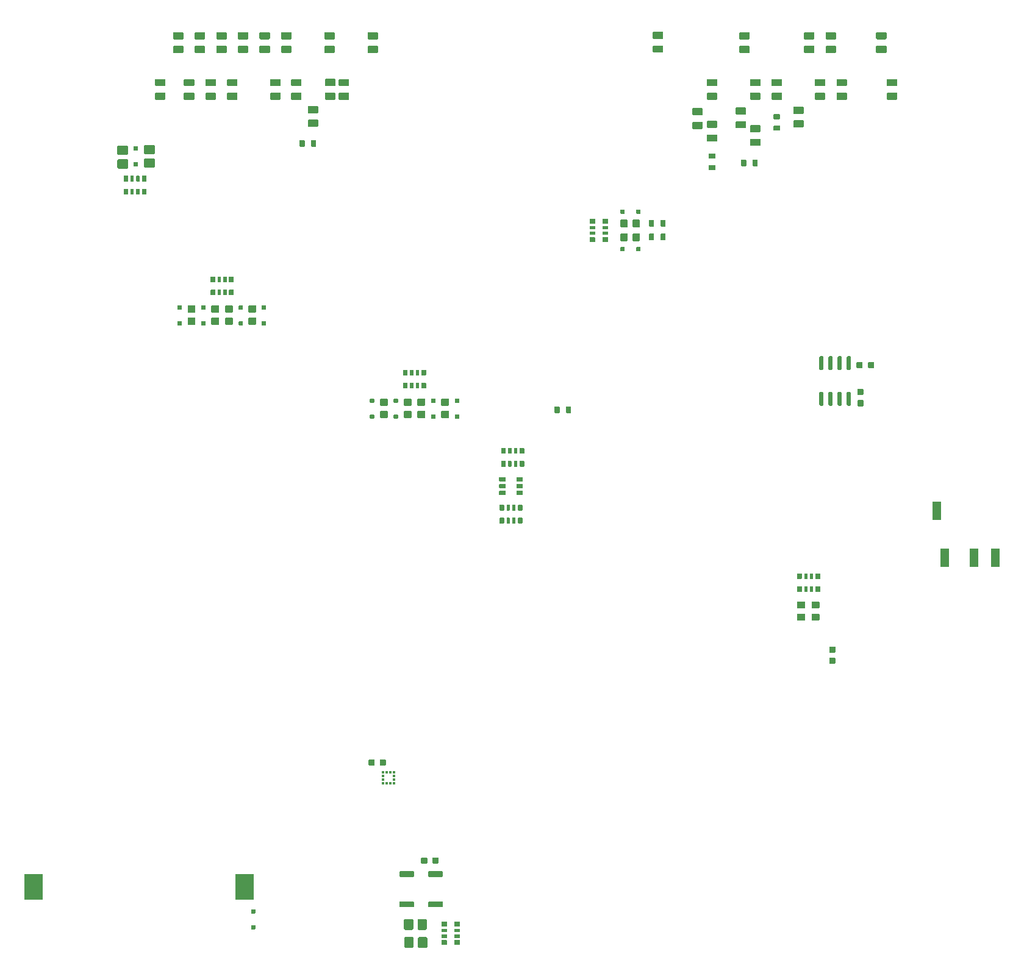
<source format=gtp>
G04 #@! TF.GenerationSoftware,KiCad,Pcbnew,(5.99.0-9713-g2bc22de1a5)*
G04 #@! TF.CreationDate,2021-04-16T09:02:34-04:00*
G04 #@! TF.ProjectId,hellen64_miataNA6_94,68656c6c-656e-4363-945f-6d696174614e,R0.4*
G04 #@! TF.SameCoordinates,PX1406f40PYa852d20*
G04 #@! TF.FileFunction,Paste,Top*
G04 #@! TF.FilePolarity,Positive*
%FSLAX46Y46*%
G04 Gerber Fmt 4.6, Leading zero omitted, Abs format (unit mm)*
G04 Created by KiCad (PCBNEW (5.99.0-9713-g2bc22de1a5)) date 2021-04-16 09:02:34*
%MOMM*%
%LPD*%
G01*
G04 APERTURE LIST*
%ADD10O,0.000001X0.000001*%
%ADD11R,1.200000X2.500000*%
%ADD12R,0.375000X0.350000*%
%ADD13R,0.350000X0.375000*%
%ADD14R,2.600000X3.600000*%
G04 APERTURE END LIST*
G04 #@! TO.C,R23*
G36*
G01*
X52161360Y120410880D02*
X52161360Y121190880D01*
G75*
G02*
X52231360Y121260880I70000J0D01*
G01*
X52791360Y121260880D01*
G75*
G02*
X52861360Y121190880I0J-70000D01*
G01*
X52861360Y120410880D01*
G75*
G02*
X52791360Y120340880I-70000J0D01*
G01*
X52231360Y120340880D01*
G75*
G02*
X52161360Y120410880I0J70000D01*
G01*
G37*
G36*
G01*
X53761360Y120410880D02*
X53761360Y121190880D01*
G75*
G02*
X53831360Y121260880I70000J0D01*
G01*
X54391360Y121260880D01*
G75*
G02*
X54461360Y121190880I0J-70000D01*
G01*
X54461360Y120410880D01*
G75*
G02*
X54391360Y120340880I-70000J0D01*
G01*
X53831360Y120340880D01*
G75*
G02*
X53761360Y120410880I0J70000D01*
G01*
G37*
G04 #@! TD*
G04 #@! TO.C,R22*
G36*
G01*
X113460960Y117705000D02*
X113460960Y118485000D01*
G75*
G02*
X113530960Y118555000I70000J0D01*
G01*
X114090960Y118555000D01*
G75*
G02*
X114160960Y118485000I0J-70000D01*
G01*
X114160960Y117705000D01*
G75*
G02*
X114090960Y117635000I-70000J0D01*
G01*
X113530960Y117635000D01*
G75*
G02*
X113460960Y117705000I0J70000D01*
G01*
G37*
G36*
G01*
X115060960Y117705000D02*
X115060960Y118485000D01*
G75*
G02*
X115130960Y118555000I70000J0D01*
G01*
X115690960Y118555000D01*
G75*
G02*
X115760960Y118485000I0J-70000D01*
G01*
X115760960Y117705000D01*
G75*
G02*
X115690960Y117635000I-70000J0D01*
G01*
X115130960Y117635000D01*
G75*
G02*
X115060960Y117705000I0J70000D01*
G01*
G37*
G04 #@! TD*
G04 #@! TO.C,R21*
G36*
G01*
X109800960Y117100001D02*
X109020960Y117100001D01*
G75*
G02*
X108950960Y117170001I0J70000D01*
G01*
X108950960Y117730001D01*
G75*
G02*
X109020960Y117800001I70000J0D01*
G01*
X109800960Y117800001D01*
G75*
G02*
X109870960Y117730001I0J-70000D01*
G01*
X109870960Y117170001D01*
G75*
G02*
X109800960Y117100001I-70000J0D01*
G01*
G37*
G36*
G01*
X109800960Y118700001D02*
X109020960Y118700001D01*
G75*
G02*
X108950960Y118770001I0J70000D01*
G01*
X108950960Y119330001D01*
G75*
G02*
X109020960Y119400001I70000J0D01*
G01*
X109800960Y119400001D01*
G75*
G02*
X109870960Y119330001I0J-70000D01*
G01*
X109870960Y118770001D01*
G75*
G02*
X109800960Y118700001I-70000J0D01*
G01*
G37*
G04 #@! TD*
D10*
G04 #@! TO.C,M4*
X90066859Y11639724D03*
X82316867Y25189707D03*
X83086861Y10364690D03*
G04 #@! TD*
G04 #@! TO.C,R8*
G36*
G01*
X80136360Y75965880D02*
X80136360Y76635880D01*
G75*
G02*
X80201360Y76700880I65000J0D01*
G01*
X80721360Y76700880D01*
G75*
G02*
X80786360Y76635880I0J-65000D01*
G01*
X80786360Y75965880D01*
G75*
G02*
X80721360Y75900880I-65000J0D01*
G01*
X80201360Y75900880D01*
G75*
G02*
X80136360Y75965880I0J65000D01*
G01*
G37*
G36*
G01*
X81111360Y75945880D02*
X81111360Y76655880D01*
G75*
G02*
X81156360Y76700880I45000J0D01*
G01*
X81516360Y76700880D01*
G75*
G02*
X81561360Y76655880I0J-45000D01*
G01*
X81561360Y75945880D01*
G75*
G02*
X81516360Y75900880I-45000J0D01*
G01*
X81156360Y75900880D01*
G75*
G02*
X81111360Y75945880I0J45000D01*
G01*
G37*
G36*
G01*
X81911360Y75945880D02*
X81911360Y76655880D01*
G75*
G02*
X81956360Y76700880I45000J0D01*
G01*
X82316360Y76700880D01*
G75*
G02*
X82361360Y76655880I0J-45000D01*
G01*
X82361360Y75945880D01*
G75*
G02*
X82316360Y75900880I-45000J0D01*
G01*
X81956360Y75900880D01*
G75*
G02*
X81911360Y75945880I0J45000D01*
G01*
G37*
G36*
G01*
X82686360Y75965880D02*
X82686360Y76635880D01*
G75*
G02*
X82751360Y76700880I65000J0D01*
G01*
X83271360Y76700880D01*
G75*
G02*
X83336360Y76635880I0J-65000D01*
G01*
X83336360Y75965880D01*
G75*
G02*
X83271360Y75900880I-65000J0D01*
G01*
X82751360Y75900880D01*
G75*
G02*
X82686360Y75965880I0J65000D01*
G01*
G37*
G36*
G01*
X82686360Y77765880D02*
X82686360Y78435880D01*
G75*
G02*
X82751360Y78500880I65000J0D01*
G01*
X83271360Y78500880D01*
G75*
G02*
X83336360Y78435880I0J-65000D01*
G01*
X83336360Y77765880D01*
G75*
G02*
X83271360Y77700880I-65000J0D01*
G01*
X82751360Y77700880D01*
G75*
G02*
X82686360Y77765880I0J65000D01*
G01*
G37*
G36*
G01*
X81911360Y77745880D02*
X81911360Y78455880D01*
G75*
G02*
X81956360Y78500880I45000J0D01*
G01*
X82316360Y78500880D01*
G75*
G02*
X82361360Y78455880I0J-45000D01*
G01*
X82361360Y77745880D01*
G75*
G02*
X82316360Y77700880I-45000J0D01*
G01*
X81956360Y77700880D01*
G75*
G02*
X81911360Y77745880I0J45000D01*
G01*
G37*
G36*
G01*
X81111360Y77745880D02*
X81111360Y78455880D01*
G75*
G02*
X81156360Y78500880I45000J0D01*
G01*
X81516360Y78500880D01*
G75*
G02*
X81561360Y78455880I0J-45000D01*
G01*
X81561360Y77745880D01*
G75*
G02*
X81516360Y77700880I-45000J0D01*
G01*
X81156360Y77700880D01*
G75*
G02*
X81111360Y77745880I0J45000D01*
G01*
G37*
G36*
G01*
X80136360Y77765880D02*
X80136360Y78435880D01*
G75*
G02*
X80201360Y78500880I65000J0D01*
G01*
X80721360Y78500880D01*
G75*
G02*
X80786360Y78435880I0J-65000D01*
G01*
X80786360Y77765880D01*
G75*
G02*
X80721360Y77700880I-65000J0D01*
G01*
X80201360Y77700880D01*
G75*
G02*
X80136360Y77765880I0J65000D01*
G01*
G37*
G04 #@! TD*
G04 #@! TO.C,R32*
G36*
G01*
X52325700Y126849999D02*
X51075700Y126849999D01*
G75*
G02*
X50975700Y126949999I0J100000D01*
G01*
X50975700Y127749999D01*
G75*
G02*
X51075700Y127849999I100000J0D01*
G01*
X52325700Y127849999D01*
G75*
G02*
X52425700Y127749999I0J-100000D01*
G01*
X52425700Y126949999D01*
G75*
G02*
X52325700Y126849999I-100000J0D01*
G01*
G37*
G36*
G01*
X52325700Y128750021D02*
X51075700Y128750021D01*
G75*
G02*
X50975700Y128850021I0J100000D01*
G01*
X50975700Y129650021D01*
G75*
G02*
X51075700Y129750021I100000J0D01*
G01*
X52325700Y129750021D01*
G75*
G02*
X52425700Y129650021I0J-100000D01*
G01*
X52425700Y128850021D01*
G75*
G02*
X52325700Y128750021I-100000J0D01*
G01*
G37*
G04 #@! TD*
G04 #@! TO.C,R2*
G36*
G01*
X74364360Y9479880D02*
X73694360Y9479880D01*
G75*
G02*
X73629360Y9544880I0J65000D01*
G01*
X73629360Y10064880D01*
G75*
G02*
X73694360Y10129880I65000J0D01*
G01*
X74364360Y10129880D01*
G75*
G02*
X74429360Y10064880I0J-65000D01*
G01*
X74429360Y9544880D01*
G75*
G02*
X74364360Y9479880I-65000J0D01*
G01*
G37*
G36*
G01*
X74384360Y10454880D02*
X73674360Y10454880D01*
G75*
G02*
X73629360Y10499880I0J45000D01*
G01*
X73629360Y10859880D01*
G75*
G02*
X73674360Y10904880I45000J0D01*
G01*
X74384360Y10904880D01*
G75*
G02*
X74429360Y10859880I0J-45000D01*
G01*
X74429360Y10499880D01*
G75*
G02*
X74384360Y10454880I-45000J0D01*
G01*
G37*
G36*
G01*
X74384360Y11254880D02*
X73674360Y11254880D01*
G75*
G02*
X73629360Y11299880I0J45000D01*
G01*
X73629360Y11659880D01*
G75*
G02*
X73674360Y11704880I45000J0D01*
G01*
X74384360Y11704880D01*
G75*
G02*
X74429360Y11659880I0J-45000D01*
G01*
X74429360Y11299880D01*
G75*
G02*
X74384360Y11254880I-45000J0D01*
G01*
G37*
G36*
G01*
X74364360Y12029880D02*
X73694360Y12029880D01*
G75*
G02*
X73629360Y12094880I0J65000D01*
G01*
X73629360Y12614880D01*
G75*
G02*
X73694360Y12679880I65000J0D01*
G01*
X74364360Y12679880D01*
G75*
G02*
X74429360Y12614880I0J-65000D01*
G01*
X74429360Y12094880D01*
G75*
G02*
X74364360Y12029880I-65000J0D01*
G01*
G37*
G36*
G01*
X72564360Y12029880D02*
X71894360Y12029880D01*
G75*
G02*
X71829360Y12094880I0J65000D01*
G01*
X71829360Y12614880D01*
G75*
G02*
X71894360Y12679880I65000J0D01*
G01*
X72564360Y12679880D01*
G75*
G02*
X72629360Y12614880I0J-65000D01*
G01*
X72629360Y12094880D01*
G75*
G02*
X72564360Y12029880I-65000J0D01*
G01*
G37*
G36*
G01*
X72584360Y11254880D02*
X71874360Y11254880D01*
G75*
G02*
X71829360Y11299880I0J45000D01*
G01*
X71829360Y11659880D01*
G75*
G02*
X71874360Y11704880I45000J0D01*
G01*
X72584360Y11704880D01*
G75*
G02*
X72629360Y11659880I0J-45000D01*
G01*
X72629360Y11299880D01*
G75*
G02*
X72584360Y11254880I-45000J0D01*
G01*
G37*
G36*
G01*
X72584360Y10454880D02*
X71874360Y10454880D01*
G75*
G02*
X71829360Y10499880I0J45000D01*
G01*
X71829360Y10859880D01*
G75*
G02*
X71874360Y10904880I45000J0D01*
G01*
X72584360Y10904880D01*
G75*
G02*
X72629360Y10859880I0J-45000D01*
G01*
X72629360Y10499880D01*
G75*
G02*
X72584360Y10454880I-45000J0D01*
G01*
G37*
G36*
G01*
X72564360Y9479880D02*
X71894360Y9479880D01*
G75*
G02*
X71829360Y9544880I0J65000D01*
G01*
X71829360Y10064880D01*
G75*
G02*
X71894360Y10129880I65000J0D01*
G01*
X72564360Y10129880D01*
G75*
G02*
X72629360Y10064880I0J-65000D01*
G01*
X72629360Y9544880D01*
G75*
G02*
X72564360Y9479880I-65000J0D01*
G01*
G37*
G04 #@! TD*
G04 #@! TO.C,R4*
G36*
G01*
X118010700Y124857060D02*
X118790700Y124857060D01*
G75*
G02*
X118860700Y124787060I0J-70000D01*
G01*
X118860700Y124227060D01*
G75*
G02*
X118790700Y124157060I-70000J0D01*
G01*
X118010700Y124157060D01*
G75*
G02*
X117940700Y124227060I0J70000D01*
G01*
X117940700Y124787060D01*
G75*
G02*
X118010700Y124857060I70000J0D01*
G01*
G37*
G36*
G01*
X118010700Y123257060D02*
X118790700Y123257060D01*
G75*
G02*
X118860700Y123187060I0J-70000D01*
G01*
X118860700Y122627060D01*
G75*
G02*
X118790700Y122557060I-70000J0D01*
G01*
X118010700Y122557060D01*
G75*
G02*
X117940700Y122627060I0J70000D01*
G01*
X117940700Y123187060D01*
G75*
G02*
X118010700Y123257060I70000J0D01*
G01*
G37*
G04 #@! TD*
G04 #@! TO.C,C3*
G36*
G01*
X61705958Y34460000D02*
X61705958Y35140000D01*
G75*
G02*
X61790958Y35225000I85000J0D01*
G01*
X62470958Y35225000D01*
G75*
G02*
X62555958Y35140000I0J-85000D01*
G01*
X62555958Y34460000D01*
G75*
G02*
X62470958Y34375000I-85000J0D01*
G01*
X61790958Y34375000D01*
G75*
G02*
X61705958Y34460000I0J85000D01*
G01*
G37*
G36*
G01*
X63285960Y34460000D02*
X63285960Y35140000D01*
G75*
G02*
X63370960Y35225000I85000J0D01*
G01*
X64050960Y35225000D01*
G75*
G02*
X64135960Y35140000I0J-85000D01*
G01*
X64135960Y34460000D01*
G75*
G02*
X64050960Y34375000I-85000J0D01*
G01*
X63370960Y34375000D01*
G75*
G02*
X63285960Y34460000I0J85000D01*
G01*
G37*
G04 #@! TD*
G04 #@! TO.C,R11*
G36*
G01*
X114785960Y123340001D02*
X116035960Y123340001D01*
G75*
G02*
X116135960Y123240001I0J-100000D01*
G01*
X116135960Y122440001D01*
G75*
G02*
X116035960Y122340001I-100000J0D01*
G01*
X114785960Y122340001D01*
G75*
G02*
X114685960Y122440001I0J100000D01*
G01*
X114685960Y123240001D01*
G75*
G02*
X114785960Y123340001I100000J0D01*
G01*
G37*
G36*
G01*
X114785960Y121439979D02*
X116035960Y121439979D01*
G75*
G02*
X116135960Y121339979I0J-100000D01*
G01*
X116135960Y120539979D01*
G75*
G02*
X116035960Y120439979I-100000J0D01*
G01*
X114785960Y120439979D01*
G75*
G02*
X114685960Y120539979I0J100000D01*
G01*
X114685960Y121339979D01*
G75*
G02*
X114785960Y121439979I100000J0D01*
G01*
G37*
G04 #@! TD*
G04 #@! TO.C,R41*
G36*
G01*
X37435960Y126849999D02*
X36185960Y126849999D01*
G75*
G02*
X36085960Y126949999I0J100000D01*
G01*
X36085960Y127749999D01*
G75*
G02*
X36185960Y127849999I100000J0D01*
G01*
X37435960Y127849999D01*
G75*
G02*
X37535960Y127749999I0J-100000D01*
G01*
X37535960Y126949999D01*
G75*
G02*
X37435960Y126849999I-100000J0D01*
G01*
G37*
G36*
G01*
X37435960Y128750021D02*
X36185960Y128750021D01*
G75*
G02*
X36085960Y128850021I0J100000D01*
G01*
X36085960Y129650021D01*
G75*
G02*
X36185960Y129750021I100000J0D01*
G01*
X37435960Y129750021D01*
G75*
G02*
X37535960Y129650021I0J-100000D01*
G01*
X37535960Y128850021D01*
G75*
G02*
X37435960Y128750021I-100000J0D01*
G01*
G37*
G04 #@! TD*
G04 #@! TO.C,M5*
X57343319Y74116375D03*
G04 #@! TD*
G04 #@! TO.C,R36*
G36*
G01*
X41935960Y133349999D02*
X40685960Y133349999D01*
G75*
G02*
X40585960Y133449999I0J100000D01*
G01*
X40585960Y134249999D01*
G75*
G02*
X40685960Y134349999I100000J0D01*
G01*
X41935960Y134349999D01*
G75*
G02*
X42035960Y134249999I0J-100000D01*
G01*
X42035960Y133449999D01*
G75*
G02*
X41935960Y133349999I-100000J0D01*
G01*
G37*
G36*
G01*
X41935960Y135250021D02*
X40685960Y135250021D01*
G75*
G02*
X40585960Y135350021I0J100000D01*
G01*
X40585960Y136150021D01*
G75*
G02*
X40685960Y136250021I100000J0D01*
G01*
X41935960Y136250021D01*
G75*
G02*
X42035960Y136150021I0J-100000D01*
G01*
X42035960Y135350021D01*
G75*
G02*
X41935960Y135250021I-100000J0D01*
G01*
G37*
G04 #@! TD*
G04 #@! TO.C,D1*
G36*
G01*
X67979339Y10424880D02*
X67979339Y9184880D01*
G75*
G02*
X67849339Y9054880I-130000J0D01*
G01*
X66809339Y9054880D01*
G75*
G02*
X66679339Y9184880I0J130000D01*
G01*
X66679339Y10424880D01*
G75*
G02*
X66809339Y10554880I130000J0D01*
G01*
X67849339Y10554880D01*
G75*
G02*
X67979339Y10424880I0J-130000D01*
G01*
G37*
G36*
G01*
X69879360Y10424880D02*
X69879360Y9184880D01*
G75*
G02*
X69749360Y9054880I-130000J0D01*
G01*
X68709360Y9054880D01*
G75*
G02*
X68579360Y9184880I0J130000D01*
G01*
X68579360Y10424880D01*
G75*
G02*
X68709360Y10554880I130000J0D01*
G01*
X69749360Y10554880D01*
G75*
G02*
X69879360Y10424880I0J-130000D01*
G01*
G37*
G04 #@! TD*
G04 #@! TO.C,R48*
G36*
G01*
X110035960Y126844999D02*
X108785960Y126844999D01*
G75*
G02*
X108685960Y126944999I0J100000D01*
G01*
X108685960Y127744999D01*
G75*
G02*
X108785960Y127844999I100000J0D01*
G01*
X110035960Y127844999D01*
G75*
G02*
X110135960Y127744999I0J-100000D01*
G01*
X110135960Y126944999D01*
G75*
G02*
X110035960Y126844999I-100000J0D01*
G01*
G37*
G36*
G01*
X110035960Y128745021D02*
X108785960Y128745021D01*
G75*
G02*
X108685960Y128845021I0J100000D01*
G01*
X108685960Y129645021D01*
G75*
G02*
X108785960Y129745021I100000J0D01*
G01*
X110035960Y129745021D01*
G75*
G02*
X110135960Y129645021I0J-100000D01*
G01*
X110135960Y128845021D01*
G75*
G02*
X110035960Y128745021I-100000J0D01*
G01*
G37*
G04 #@! TD*
G04 #@! TO.C,D15*
G36*
G01*
X62510209Y85290750D02*
X62510209Y84810750D01*
G75*
G02*
X62450209Y84750750I-60000J0D01*
G01*
X61970209Y84750750D01*
G75*
G02*
X61910209Y84810750I0J60000D01*
G01*
X61910209Y85290750D01*
G75*
G02*
X61970209Y85350750I60000J0D01*
G01*
X62450209Y85350750D01*
G75*
G02*
X62510209Y85290750I0J-60000D01*
G01*
G37*
G36*
G01*
X62510209Y83090750D02*
X62510209Y82610750D01*
G75*
G02*
X62450209Y82550750I-60000J0D01*
G01*
X61970209Y82550750D01*
G75*
G02*
X61910209Y82610750I0J60000D01*
G01*
X61910209Y83090750D01*
G75*
G02*
X61970209Y83150750I60000J0D01*
G01*
X62450209Y83150750D01*
G75*
G02*
X62510209Y83090750I0J-60000D01*
G01*
G37*
G04 #@! TD*
G04 #@! TO.C,C1*
G36*
G01*
X69024358Y20864880D02*
X69024358Y21544880D01*
G75*
G02*
X69109358Y21629880I85000J0D01*
G01*
X69789358Y21629880D01*
G75*
G02*
X69874358Y21544880I0J-85000D01*
G01*
X69874358Y20864880D01*
G75*
G02*
X69789358Y20779880I-85000J0D01*
G01*
X69109358Y20779880D01*
G75*
G02*
X69024358Y20864880I0J85000D01*
G01*
G37*
G36*
G01*
X70604360Y20864880D02*
X70604360Y21544880D01*
G75*
G02*
X70689360Y21629880I85000J0D01*
G01*
X71369360Y21629880D01*
G75*
G02*
X71454360Y21544880I0J-85000D01*
G01*
X71454360Y20864880D01*
G75*
G02*
X71369360Y20779880I-85000J0D01*
G01*
X70689360Y20779880D01*
G75*
G02*
X70604360Y20864880I0J85000D01*
G01*
G37*
G04 #@! TD*
G04 #@! TO.C,S1*
G36*
G01*
X66109360Y19704881D02*
X67949360Y19704881D01*
G75*
G02*
X68029360Y19624881I0J-80000D01*
G01*
X68029360Y18984881D01*
G75*
G02*
X67949360Y18904881I-80000J0D01*
G01*
X66109360Y18904881D01*
G75*
G02*
X66029360Y18984881I0J80000D01*
G01*
X66029360Y19624881D01*
G75*
G02*
X66109360Y19704881I80000J0D01*
G01*
G37*
G36*
G01*
X66109360Y15504880D02*
X67949360Y15504880D01*
G75*
G02*
X68029360Y15424880I0J-80000D01*
G01*
X68029360Y14784880D01*
G75*
G02*
X67949360Y14704880I-80000J0D01*
G01*
X66109360Y14704880D01*
G75*
G02*
X66029360Y14784880I0J80000D01*
G01*
X66029360Y15424880D01*
G75*
G02*
X66109360Y15504880I80000J0D01*
G01*
G37*
G04 #@! TD*
G04 #@! TO.C,D6*
G36*
G01*
X71910211Y85350749D02*
X72810211Y85350749D01*
G75*
G02*
X72910211Y85250749I0J-100000D01*
G01*
X72910211Y84450749D01*
G75*
G02*
X72810211Y84350749I-100000J0D01*
G01*
X71910211Y84350749D01*
G75*
G02*
X71810211Y84450749I0J100000D01*
G01*
X71810211Y85250749D01*
G75*
G02*
X71910211Y85350749I100000J0D01*
G01*
G37*
G36*
G01*
X71910211Y83650749D02*
X72810211Y83650749D01*
G75*
G02*
X72910211Y83550749I0J-100000D01*
G01*
X72910211Y82750749D01*
G75*
G02*
X72810211Y82650749I-100000J0D01*
G01*
X71910211Y82650749D01*
G75*
G02*
X71810211Y82750749I0J100000D01*
G01*
X71810211Y83550749D01*
G75*
G02*
X71910211Y83650749I100000J0D01*
G01*
G37*
G04 #@! TD*
G04 #@! TO.C,C4*
G36*
G01*
X131905002Y90340000D02*
X131905002Y89660000D01*
G75*
G02*
X131820002Y89575000I-85000J0D01*
G01*
X131140002Y89575000D01*
G75*
G02*
X131055002Y89660000I0J85000D01*
G01*
X131055002Y90340000D01*
G75*
G02*
X131140002Y90425000I85000J0D01*
G01*
X131820002Y90425000D01*
G75*
G02*
X131905002Y90340000I0J-85000D01*
G01*
G37*
G36*
G01*
X130325000Y90340000D02*
X130325000Y89660000D01*
G75*
G02*
X130240000Y89575000I-85000J0D01*
G01*
X129560000Y89575000D01*
G75*
G02*
X129475000Y89660000I0J85000D01*
G01*
X129475000Y90340000D01*
G75*
G02*
X129560000Y90425000I85000J0D01*
G01*
X130240000Y90425000D01*
G75*
G02*
X130325000Y90340000I0J-85000D01*
G01*
G37*
G04 #@! TD*
G04 #@! TO.C,R24*
G36*
G01*
X108035960Y122795000D02*
X106785960Y122795000D01*
G75*
G02*
X106685960Y122895000I0J100000D01*
G01*
X106685960Y123695000D01*
G75*
G02*
X106785960Y123795000I100000J0D01*
G01*
X108035960Y123795000D01*
G75*
G02*
X108135960Y123695000I0J-100000D01*
G01*
X108135960Y122895000D01*
G75*
G02*
X108035960Y122795000I-100000J0D01*
G01*
G37*
G36*
G01*
X108035960Y124695022D02*
X106785960Y124695022D01*
G75*
G02*
X106685960Y124795022I0J100000D01*
G01*
X106685960Y125595022D01*
G75*
G02*
X106785960Y125695022I100000J0D01*
G01*
X108035960Y125695022D01*
G75*
G02*
X108135960Y125595022I0J-100000D01*
G01*
X108135960Y124795022D01*
G75*
G02*
X108035960Y124695022I-100000J0D01*
G01*
G37*
G04 #@! TD*
G04 #@! TO.C,R33*
G36*
G01*
X47935960Y133349999D02*
X46685960Y133349999D01*
G75*
G02*
X46585960Y133449999I0J100000D01*
G01*
X46585960Y134249999D01*
G75*
G02*
X46685960Y134349999I100000J0D01*
G01*
X47935960Y134349999D01*
G75*
G02*
X48035960Y134249999I0J-100000D01*
G01*
X48035960Y133449999D01*
G75*
G02*
X47935960Y133349999I-100000J0D01*
G01*
G37*
G36*
G01*
X47935960Y135250021D02*
X46685960Y135250021D01*
G75*
G02*
X46585960Y135350021I0J100000D01*
G01*
X46585960Y136150021D01*
G75*
G02*
X46685960Y136250021I100000J0D01*
G01*
X47935960Y136250021D01*
G75*
G02*
X48035960Y136150021I0J-100000D01*
G01*
X48035960Y135350021D01*
G75*
G02*
X47935960Y135250021I-100000J0D01*
G01*
G37*
G04 #@! TD*
G04 #@! TO.C,D12*
G36*
G01*
X74297706Y85289251D02*
X74297706Y84809251D01*
G75*
G02*
X74237706Y84749251I-60000J0D01*
G01*
X73757706Y84749251D01*
G75*
G02*
X73697706Y84809251I0J60000D01*
G01*
X73697706Y85289251D01*
G75*
G02*
X73757706Y85349251I60000J0D01*
G01*
X74237706Y85349251D01*
G75*
G02*
X74297706Y85289251I0J-60000D01*
G01*
G37*
G36*
G01*
X74297706Y83089251D02*
X74297706Y82609251D01*
G75*
G02*
X74237706Y82549251I-60000J0D01*
G01*
X73757706Y82549251D01*
G75*
G02*
X73697706Y82609251I0J60000D01*
G01*
X73697706Y83089251D01*
G75*
G02*
X73757706Y83149251I60000J0D01*
G01*
X74237706Y83149251D01*
G75*
G02*
X74297706Y83089251I0J-60000D01*
G01*
G37*
G04 #@! TD*
G04 #@! TO.C,R42*
G36*
G01*
X33435960Y126849999D02*
X32185960Y126849999D01*
G75*
G02*
X32085960Y126949999I0J100000D01*
G01*
X32085960Y127749999D01*
G75*
G02*
X32185960Y127849999I100000J0D01*
G01*
X33435960Y127849999D01*
G75*
G02*
X33535960Y127749999I0J-100000D01*
G01*
X33535960Y126949999D01*
G75*
G02*
X33435960Y126849999I-100000J0D01*
G01*
G37*
G36*
G01*
X33435960Y128750021D02*
X32185960Y128750021D01*
G75*
G02*
X32085960Y128850021I0J100000D01*
G01*
X32085960Y129650021D01*
G75*
G02*
X32185960Y129750021I100000J0D01*
G01*
X33435960Y129750021D01*
G75*
G02*
X33535960Y129650021I0J-100000D01*
G01*
X33535960Y128850021D01*
G75*
G02*
X33435960Y128750021I-100000J0D01*
G01*
G37*
G04 #@! TD*
G04 #@! TO.C,D22*
G36*
G01*
X39087497Y98238501D02*
X39087497Y97758501D01*
G75*
G02*
X39027497Y97698501I-60000J0D01*
G01*
X38547497Y97698501D01*
G75*
G02*
X38487497Y97758501I0J60000D01*
G01*
X38487497Y98238501D01*
G75*
G02*
X38547497Y98298501I60000J0D01*
G01*
X39027497Y98298501D01*
G75*
G02*
X39087497Y98238501I0J-60000D01*
G01*
G37*
G36*
G01*
X39087497Y96038501D02*
X39087497Y95558501D01*
G75*
G02*
X39027497Y95498501I-60000J0D01*
G01*
X38547497Y95498501D01*
G75*
G02*
X38487497Y95558501I0J60000D01*
G01*
X38487497Y96038501D01*
G75*
G02*
X38547497Y96098501I60000J0D01*
G01*
X39027497Y96098501D01*
G75*
G02*
X39087497Y96038501I0J-60000D01*
G01*
G37*
G04 #@! TD*
G04 #@! TO.C,D11*
G36*
G01*
X31930960Y119300021D02*
X30690960Y119300021D01*
G75*
G02*
X30560960Y119430021I0J130000D01*
G01*
X30560960Y120470021D01*
G75*
G02*
X30690960Y120600021I130000J0D01*
G01*
X31930960Y120600021D01*
G75*
G02*
X32060960Y120470021I0J-130000D01*
G01*
X32060960Y119430021D01*
G75*
G02*
X31930960Y119300021I-130000J0D01*
G01*
G37*
G36*
G01*
X31930960Y117400000D02*
X30690960Y117400000D01*
G75*
G02*
X30560960Y117530000I0J130000D01*
G01*
X30560960Y118570000D01*
G75*
G02*
X30690960Y118700000I130000J0D01*
G01*
X31930960Y118700000D01*
G75*
G02*
X32060960Y118570000I0J-130000D01*
G01*
X32060960Y117530000D01*
G75*
G02*
X31930960Y117400000I-130000J0D01*
G01*
G37*
G04 #@! TD*
G04 #@! TO.C,R6*
G36*
G01*
X69710209Y89285750D02*
X69710209Y88615750D01*
G75*
G02*
X69645209Y88550750I-65000J0D01*
G01*
X69125209Y88550750D01*
G75*
G02*
X69060209Y88615750I0J65000D01*
G01*
X69060209Y89285750D01*
G75*
G02*
X69125209Y89350750I65000J0D01*
G01*
X69645209Y89350750D01*
G75*
G02*
X69710209Y89285750I0J-65000D01*
G01*
G37*
G36*
G01*
X68735209Y89305750D02*
X68735209Y88595750D01*
G75*
G02*
X68690209Y88550750I-45000J0D01*
G01*
X68330209Y88550750D01*
G75*
G02*
X68285209Y88595750I0J45000D01*
G01*
X68285209Y89305750D01*
G75*
G02*
X68330209Y89350750I45000J0D01*
G01*
X68690209Y89350750D01*
G75*
G02*
X68735209Y89305750I0J-45000D01*
G01*
G37*
G36*
G01*
X67935209Y89305750D02*
X67935209Y88595750D01*
G75*
G02*
X67890209Y88550750I-45000J0D01*
G01*
X67530209Y88550750D01*
G75*
G02*
X67485209Y88595750I0J45000D01*
G01*
X67485209Y89305750D01*
G75*
G02*
X67530209Y89350750I45000J0D01*
G01*
X67890209Y89350750D01*
G75*
G02*
X67935209Y89305750I0J-45000D01*
G01*
G37*
G36*
G01*
X67160209Y89285750D02*
X67160209Y88615750D01*
G75*
G02*
X67095209Y88550750I-65000J0D01*
G01*
X66575209Y88550750D01*
G75*
G02*
X66510209Y88615750I0J65000D01*
G01*
X66510209Y89285750D01*
G75*
G02*
X66575209Y89350750I65000J0D01*
G01*
X67095209Y89350750D01*
G75*
G02*
X67160209Y89285750I0J-65000D01*
G01*
G37*
G36*
G01*
X67160209Y87485750D02*
X67160209Y86815750D01*
G75*
G02*
X67095209Y86750750I-65000J0D01*
G01*
X66575209Y86750750D01*
G75*
G02*
X66510209Y86815750I0J65000D01*
G01*
X66510209Y87485750D01*
G75*
G02*
X66575209Y87550750I65000J0D01*
G01*
X67095209Y87550750D01*
G75*
G02*
X67160209Y87485750I0J-65000D01*
G01*
G37*
G36*
G01*
X67935209Y87505750D02*
X67935209Y86795750D01*
G75*
G02*
X67890209Y86750750I-45000J0D01*
G01*
X67530209Y86750750D01*
G75*
G02*
X67485209Y86795750I0J45000D01*
G01*
X67485209Y87505750D01*
G75*
G02*
X67530209Y87550750I45000J0D01*
G01*
X67890209Y87550750D01*
G75*
G02*
X67935209Y87505750I0J-45000D01*
G01*
G37*
G36*
G01*
X68735209Y87505750D02*
X68735209Y86795750D01*
G75*
G02*
X68690209Y86750750I-45000J0D01*
G01*
X68330209Y86750750D01*
G75*
G02*
X68285209Y86795750I0J45000D01*
G01*
X68285209Y87505750D01*
G75*
G02*
X68330209Y87550750I45000J0D01*
G01*
X68690209Y87550750D01*
G75*
G02*
X68735209Y87505750I0J-45000D01*
G01*
G37*
G36*
G01*
X69710209Y87485750D02*
X69710209Y86815750D01*
G75*
G02*
X69645209Y86750750I-65000J0D01*
G01*
X69125209Y86750750D01*
G75*
G02*
X69060209Y86815750I0J65000D01*
G01*
X69060209Y87485750D01*
G75*
G02*
X69125209Y87550750I65000J0D01*
G01*
X69645209Y87550750D01*
G75*
G02*
X69710209Y87485750I0J-65000D01*
G01*
G37*
G04 #@! TD*
G04 #@! TO.C,R43*
G36*
G01*
X123535960Y133344999D02*
X122285960Y133344999D01*
G75*
G02*
X122185960Y133444999I0J100000D01*
G01*
X122185960Y134244999D01*
G75*
G02*
X122285960Y134344999I100000J0D01*
G01*
X123535960Y134344999D01*
G75*
G02*
X123635960Y134244999I0J-100000D01*
G01*
X123635960Y133444999D01*
G75*
G02*
X123535960Y133344999I-100000J0D01*
G01*
G37*
G36*
G01*
X123535960Y135245021D02*
X122285960Y135245021D01*
G75*
G02*
X122185960Y135345021I0J100000D01*
G01*
X122185960Y136145021D01*
G75*
G02*
X122285960Y136245021I100000J0D01*
G01*
X123535960Y136245021D01*
G75*
G02*
X123635960Y136145021I0J-100000D01*
G01*
X123635960Y135345021D01*
G75*
G02*
X123535960Y135245021I-100000J0D01*
G01*
G37*
G04 #@! TD*
G04 #@! TO.C,D30*
G36*
G01*
X96760700Y106394557D02*
X97240700Y106394557D01*
G75*
G02*
X97300700Y106334557I0J-60000D01*
G01*
X97300700Y105854557D01*
G75*
G02*
X97240700Y105794557I-60000J0D01*
G01*
X96760700Y105794557D01*
G75*
G02*
X96700700Y105854557I0J60000D01*
G01*
X96700700Y106334557D01*
G75*
G02*
X96760700Y106394557I60000J0D01*
G01*
G37*
G36*
G01*
X98960700Y106394557D02*
X99440700Y106394557D01*
G75*
G02*
X99500700Y106334557I0J-60000D01*
G01*
X99500700Y105854557D01*
G75*
G02*
X99440700Y105794557I-60000J0D01*
G01*
X98960700Y105794557D01*
G75*
G02*
X98900700Y105854557I0J60000D01*
G01*
X98900700Y106334557D01*
G75*
G02*
X98960700Y106394557I60000J0D01*
G01*
G37*
G04 #@! TD*
G04 #@! TO.C,R45*
G36*
G01*
X119035960Y126844999D02*
X117785960Y126844999D01*
G75*
G02*
X117685960Y126944999I0J100000D01*
G01*
X117685960Y127744999D01*
G75*
G02*
X117785960Y127844999I100000J0D01*
G01*
X119035960Y127844999D01*
G75*
G02*
X119135960Y127744999I0J-100000D01*
G01*
X119135960Y126944999D01*
G75*
G02*
X119035960Y126844999I-100000J0D01*
G01*
G37*
G36*
G01*
X119035960Y128745021D02*
X117785960Y128745021D01*
G75*
G02*
X117685960Y128845021I0J100000D01*
G01*
X117685960Y129645021D01*
G75*
G02*
X117785960Y129745021I100000J0D01*
G01*
X119035960Y129745021D01*
G75*
G02*
X119135960Y129645021I0J-100000D01*
G01*
X119135960Y128845021D01*
G75*
G02*
X119035960Y128745021I-100000J0D01*
G01*
G37*
G04 #@! TD*
G04 #@! TO.C,M8*
X58457366Y103994560D03*
G04 #@! TD*
G04 #@! TO.C,R17*
G36*
G01*
X126535960Y133344999D02*
X125285960Y133344999D01*
G75*
G02*
X125185960Y133444999I0J100000D01*
G01*
X125185960Y134244999D01*
G75*
G02*
X125285960Y134344999I100000J0D01*
G01*
X126535960Y134344999D01*
G75*
G02*
X126635960Y134244999I0J-100000D01*
G01*
X126635960Y133444999D01*
G75*
G02*
X126535960Y133344999I-100000J0D01*
G01*
G37*
G36*
G01*
X126535960Y135245021D02*
X125285960Y135245021D01*
G75*
G02*
X125185960Y135345021I0J100000D01*
G01*
X125185960Y136145021D01*
G75*
G02*
X125285960Y136245021I100000J0D01*
G01*
X126535960Y136245021D01*
G75*
G02*
X126635960Y136145021I0J-100000D01*
G01*
X126635960Y135345021D01*
G75*
G02*
X126535960Y135245021I-100000J0D01*
G01*
G37*
G04 #@! TD*
G04 #@! TO.C,S2*
G36*
G01*
X70109360Y19704881D02*
X71949360Y19704881D01*
G75*
G02*
X72029360Y19624881I0J-80000D01*
G01*
X72029360Y18984881D01*
G75*
G02*
X71949360Y18904881I-80000J0D01*
G01*
X70109360Y18904881D01*
G75*
G02*
X70029360Y18984881I0J80000D01*
G01*
X70029360Y19624881D01*
G75*
G02*
X70109360Y19704881I80000J0D01*
G01*
G37*
G36*
G01*
X70109360Y15504880D02*
X71949360Y15504880D01*
G75*
G02*
X72029360Y15424880I0J-80000D01*
G01*
X72029360Y14784880D01*
G75*
G02*
X71949360Y14704880I-80000J0D01*
G01*
X70109360Y14704880D01*
G75*
G02*
X70029360Y14784880I0J80000D01*
G01*
X70029360Y15424880D01*
G75*
G02*
X70109360Y15504880I80000J0D01*
G01*
G37*
G04 #@! TD*
G04 #@! TO.C,R29*
G36*
G01*
X56935960Y133349999D02*
X55685960Y133349999D01*
G75*
G02*
X55585960Y133449999I0J100000D01*
G01*
X55585960Y134249999D01*
G75*
G02*
X55685960Y134349999I100000J0D01*
G01*
X56935960Y134349999D01*
G75*
G02*
X57035960Y134249999I0J-100000D01*
G01*
X57035960Y133449999D01*
G75*
G02*
X56935960Y133349999I-100000J0D01*
G01*
G37*
G36*
G01*
X56935960Y135250021D02*
X55685960Y135250021D01*
G75*
G02*
X55585960Y135350021I0J100000D01*
G01*
X55585960Y136150021D01*
G75*
G02*
X55685960Y136250021I100000J0D01*
G01*
X56935960Y136250021D01*
G75*
G02*
X57035960Y136150021I0J-100000D01*
G01*
X57035960Y135350021D01*
G75*
G02*
X56935960Y135250021I-100000J0D01*
G01*
G37*
G04 #@! TD*
G04 #@! TO.C,R40*
G36*
G01*
X35935960Y133349999D02*
X34685960Y133349999D01*
G75*
G02*
X34585960Y133449999I0J100000D01*
G01*
X34585960Y134249999D01*
G75*
G02*
X34685960Y134349999I100000J0D01*
G01*
X35935960Y134349999D01*
G75*
G02*
X36035960Y134249999I0J-100000D01*
G01*
X36035960Y133449999D01*
G75*
G02*
X35935960Y133349999I-100000J0D01*
G01*
G37*
G36*
G01*
X35935960Y135250021D02*
X34685960Y135250021D01*
G75*
G02*
X34585960Y135350021I0J100000D01*
G01*
X34585960Y136150021D01*
G75*
G02*
X34685960Y136250021I100000J0D01*
G01*
X35935960Y136250021D01*
G75*
G02*
X36035960Y136150021I0J-100000D01*
G01*
X36035960Y135350021D01*
G75*
G02*
X35935960Y135250021I-100000J0D01*
G01*
G37*
G04 #@! TD*
G04 #@! TO.C,D23*
G36*
G01*
X35800000Y98240000D02*
X35800000Y97760000D01*
G75*
G02*
X35740000Y97700000I-60000J0D01*
G01*
X35260000Y97700000D01*
G75*
G02*
X35200000Y97760000I0J60000D01*
G01*
X35200000Y98240000D01*
G75*
G02*
X35260000Y98300000I60000J0D01*
G01*
X35740000Y98300000D01*
G75*
G02*
X35800000Y98240000I0J-60000D01*
G01*
G37*
G36*
G01*
X35800000Y96040000D02*
X35800000Y95560000D01*
G75*
G02*
X35740000Y95500000I-60000J0D01*
G01*
X35260000Y95500000D01*
G75*
G02*
X35200000Y95560000I0J60000D01*
G01*
X35200000Y96040000D01*
G75*
G02*
X35260000Y96100000I60000J0D01*
G01*
X35740000Y96100000D01*
G75*
G02*
X35800000Y96040000I0J-60000D01*
G01*
G37*
G04 #@! TD*
G04 #@! TO.C,D26*
G36*
G01*
X96700701Y109207062D02*
X96700701Y110107062D01*
G75*
G02*
X96800701Y110207062I100000J0D01*
G01*
X97600701Y110207062D01*
G75*
G02*
X97700701Y110107062I0J-100000D01*
G01*
X97700701Y109207062D01*
G75*
G02*
X97600701Y109107062I-100000J0D01*
G01*
X96800701Y109107062D01*
G75*
G02*
X96700701Y109207062I0J100000D01*
G01*
G37*
G36*
G01*
X98400701Y109207062D02*
X98400701Y110107062D01*
G75*
G02*
X98500701Y110207062I100000J0D01*
G01*
X99300701Y110207062D01*
G75*
G02*
X99400701Y110107062I0J-100000D01*
G01*
X99400701Y109207062D01*
G75*
G02*
X99300701Y109107062I-100000J0D01*
G01*
X98500701Y109107062D01*
G75*
G02*
X98400701Y109207062I0J100000D01*
G01*
G37*
G04 #@! TD*
G04 #@! TO.C,R16*
G36*
G01*
X92465700Y110307060D02*
X93135700Y110307060D01*
G75*
G02*
X93200700Y110242060I0J-65000D01*
G01*
X93200700Y109722060D01*
G75*
G02*
X93135700Y109657060I-65000J0D01*
G01*
X92465700Y109657060D01*
G75*
G02*
X92400700Y109722060I0J65000D01*
G01*
X92400700Y110242060D01*
G75*
G02*
X92465700Y110307060I65000J0D01*
G01*
G37*
G36*
G01*
X92445700Y109332060D02*
X93155700Y109332060D01*
G75*
G02*
X93200700Y109287060I0J-45000D01*
G01*
X93200700Y108927060D01*
G75*
G02*
X93155700Y108882060I-45000J0D01*
G01*
X92445700Y108882060D01*
G75*
G02*
X92400700Y108927060I0J45000D01*
G01*
X92400700Y109287060D01*
G75*
G02*
X92445700Y109332060I45000J0D01*
G01*
G37*
G36*
G01*
X92445700Y108532060D02*
X93155700Y108532060D01*
G75*
G02*
X93200700Y108487060I0J-45000D01*
G01*
X93200700Y108127060D01*
G75*
G02*
X93155700Y108082060I-45000J0D01*
G01*
X92445700Y108082060D01*
G75*
G02*
X92400700Y108127060I0J45000D01*
G01*
X92400700Y108487060D01*
G75*
G02*
X92445700Y108532060I45000J0D01*
G01*
G37*
G36*
G01*
X92465700Y107757060D02*
X93135700Y107757060D01*
G75*
G02*
X93200700Y107692060I0J-65000D01*
G01*
X93200700Y107172060D01*
G75*
G02*
X93135700Y107107060I-65000J0D01*
G01*
X92465700Y107107060D01*
G75*
G02*
X92400700Y107172060I0J65000D01*
G01*
X92400700Y107692060D01*
G75*
G02*
X92465700Y107757060I65000J0D01*
G01*
G37*
G36*
G01*
X94265700Y107757060D02*
X94935700Y107757060D01*
G75*
G02*
X95000700Y107692060I0J-65000D01*
G01*
X95000700Y107172060D01*
G75*
G02*
X94935700Y107107060I-65000J0D01*
G01*
X94265700Y107107060D01*
G75*
G02*
X94200700Y107172060I0J65000D01*
G01*
X94200700Y107692060D01*
G75*
G02*
X94265700Y107757060I65000J0D01*
G01*
G37*
G36*
G01*
X94245700Y108532060D02*
X94955700Y108532060D01*
G75*
G02*
X95000700Y108487060I0J-45000D01*
G01*
X95000700Y108127060D01*
G75*
G02*
X94955700Y108082060I-45000J0D01*
G01*
X94245700Y108082060D01*
G75*
G02*
X94200700Y108127060I0J45000D01*
G01*
X94200700Y108487060D01*
G75*
G02*
X94245700Y108532060I45000J0D01*
G01*
G37*
G36*
G01*
X94245700Y109332060D02*
X94955700Y109332060D01*
G75*
G02*
X95000700Y109287060I0J-45000D01*
G01*
X95000700Y108927060D01*
G75*
G02*
X94955700Y108882060I-45000J0D01*
G01*
X94245700Y108882060D01*
G75*
G02*
X94200700Y108927060I0J45000D01*
G01*
X94200700Y109287060D01*
G75*
G02*
X94245700Y109332060I45000J0D01*
G01*
G37*
G36*
G01*
X94265700Y110307060D02*
X94935700Y110307060D01*
G75*
G02*
X95000700Y110242060I0J-65000D01*
G01*
X95000700Y109722060D01*
G75*
G02*
X94935700Y109657060I-65000J0D01*
G01*
X94265700Y109657060D01*
G75*
G02*
X94200700Y109722060I0J65000D01*
G01*
X94200700Y110242060D01*
G75*
G02*
X94265700Y110307060I65000J0D01*
G01*
G37*
G04 #@! TD*
G04 #@! TO.C,R9*
G36*
G01*
X79911360Y68065880D02*
X79911360Y68735880D01*
G75*
G02*
X79976360Y68800880I65000J0D01*
G01*
X80496360Y68800880D01*
G75*
G02*
X80561360Y68735880I0J-65000D01*
G01*
X80561360Y68065880D01*
G75*
G02*
X80496360Y68000880I-65000J0D01*
G01*
X79976360Y68000880D01*
G75*
G02*
X79911360Y68065880I0J65000D01*
G01*
G37*
G36*
G01*
X80886360Y68045880D02*
X80886360Y68755880D01*
G75*
G02*
X80931360Y68800880I45000J0D01*
G01*
X81291360Y68800880D01*
G75*
G02*
X81336360Y68755880I0J-45000D01*
G01*
X81336360Y68045880D01*
G75*
G02*
X81291360Y68000880I-45000J0D01*
G01*
X80931360Y68000880D01*
G75*
G02*
X80886360Y68045880I0J45000D01*
G01*
G37*
G36*
G01*
X81686360Y68045880D02*
X81686360Y68755880D01*
G75*
G02*
X81731360Y68800880I45000J0D01*
G01*
X82091360Y68800880D01*
G75*
G02*
X82136360Y68755880I0J-45000D01*
G01*
X82136360Y68045880D01*
G75*
G02*
X82091360Y68000880I-45000J0D01*
G01*
X81731360Y68000880D01*
G75*
G02*
X81686360Y68045880I0J45000D01*
G01*
G37*
G36*
G01*
X82461360Y68065880D02*
X82461360Y68735880D01*
G75*
G02*
X82526360Y68800880I65000J0D01*
G01*
X83046360Y68800880D01*
G75*
G02*
X83111360Y68735880I0J-65000D01*
G01*
X83111360Y68065880D01*
G75*
G02*
X83046360Y68000880I-65000J0D01*
G01*
X82526360Y68000880D01*
G75*
G02*
X82461360Y68065880I0J65000D01*
G01*
G37*
G36*
G01*
X82461360Y69865880D02*
X82461360Y70535880D01*
G75*
G02*
X82526360Y70600880I65000J0D01*
G01*
X83046360Y70600880D01*
G75*
G02*
X83111360Y70535880I0J-65000D01*
G01*
X83111360Y69865880D01*
G75*
G02*
X83046360Y69800880I-65000J0D01*
G01*
X82526360Y69800880D01*
G75*
G02*
X82461360Y69865880I0J65000D01*
G01*
G37*
G36*
G01*
X81686360Y69845880D02*
X81686360Y70555880D01*
G75*
G02*
X81731360Y70600880I45000J0D01*
G01*
X82091360Y70600880D01*
G75*
G02*
X82136360Y70555880I0J-45000D01*
G01*
X82136360Y69845880D01*
G75*
G02*
X82091360Y69800880I-45000J0D01*
G01*
X81731360Y69800880D01*
G75*
G02*
X81686360Y69845880I0J45000D01*
G01*
G37*
G36*
G01*
X80886360Y69845880D02*
X80886360Y70555880D01*
G75*
G02*
X80931360Y70600880I45000J0D01*
G01*
X81291360Y70600880D01*
G75*
G02*
X81336360Y70555880I0J-45000D01*
G01*
X81336360Y69845880D01*
G75*
G02*
X81291360Y69800880I-45000J0D01*
G01*
X80931360Y69800880D01*
G75*
G02*
X80886360Y69845880I0J45000D01*
G01*
G37*
G36*
G01*
X79911360Y69865880D02*
X79911360Y70535880D01*
G75*
G02*
X79976360Y70600880I65000J0D01*
G01*
X80496360Y70600880D01*
G75*
G02*
X80561360Y70535880I0J-65000D01*
G01*
X80561360Y69865880D01*
G75*
G02*
X80496360Y69800880I-65000J0D01*
G01*
X79976360Y69800880D01*
G75*
G02*
X79911360Y69865880I0J65000D01*
G01*
G37*
G04 #@! TD*
G04 #@! TO.C,D9*
G36*
G01*
X63410211Y85350749D02*
X64310211Y85350749D01*
G75*
G02*
X64410211Y85250749I0J-100000D01*
G01*
X64410211Y84450749D01*
G75*
G02*
X64310211Y84350749I-100000J0D01*
G01*
X63410211Y84350749D01*
G75*
G02*
X63310211Y84450749I0J100000D01*
G01*
X63310211Y85250749D01*
G75*
G02*
X63410211Y85350749I100000J0D01*
G01*
G37*
G36*
G01*
X63410211Y83650749D02*
X64310211Y83650749D01*
G75*
G02*
X64410211Y83550749I0J-100000D01*
G01*
X64410211Y82750749D01*
G75*
G02*
X64310211Y82650749I-100000J0D01*
G01*
X63410211Y82650749D01*
G75*
G02*
X63310211Y82750749I0J100000D01*
G01*
X63310211Y83550749D01*
G75*
G02*
X63410211Y83650749I100000J0D01*
G01*
G37*
G04 #@! TD*
G04 #@! TO.C,D8*
G36*
G01*
X66710211Y85350749D02*
X67610211Y85350749D01*
G75*
G02*
X67710211Y85250749I0J-100000D01*
G01*
X67710211Y84450749D01*
G75*
G02*
X67610211Y84350749I-100000J0D01*
G01*
X66710211Y84350749D01*
G75*
G02*
X66610211Y84450749I0J100000D01*
G01*
X66610211Y85250749D01*
G75*
G02*
X66710211Y85350749I100000J0D01*
G01*
G37*
G36*
G01*
X66710211Y83650749D02*
X67610211Y83650749D01*
G75*
G02*
X67710211Y83550749I0J-100000D01*
G01*
X67710211Y82750749D01*
G75*
G02*
X67610211Y82650749I-100000J0D01*
G01*
X66710211Y82650749D01*
G75*
G02*
X66610211Y82750749I0J100000D01*
G01*
X66610211Y83550749D01*
G75*
G02*
X66710211Y83650749I100000J0D01*
G01*
G37*
G04 #@! TD*
G04 #@! TO.C,D14*
G36*
G01*
X65810209Y85290750D02*
X65810209Y84810750D01*
G75*
G02*
X65750209Y84750750I-60000J0D01*
G01*
X65270209Y84750750D01*
G75*
G02*
X65210209Y84810750I0J60000D01*
G01*
X65210209Y85290750D01*
G75*
G02*
X65270209Y85350750I60000J0D01*
G01*
X65750209Y85350750D01*
G75*
G02*
X65810209Y85290750I0J-60000D01*
G01*
G37*
G36*
G01*
X65810209Y83090750D02*
X65810209Y82610750D01*
G75*
G02*
X65750209Y82550750I-60000J0D01*
G01*
X65270209Y82550750D01*
G75*
G02*
X65210209Y82610750I0J60000D01*
G01*
X65210209Y83090750D01*
G75*
G02*
X65270209Y83150750I60000J0D01*
G01*
X65750209Y83150750D01*
G75*
G02*
X65810209Y83090750I0J-60000D01*
G01*
G37*
G04 #@! TD*
G04 #@! TO.C,D29*
G36*
G01*
X96760700Y111607060D02*
X97240700Y111607060D01*
G75*
G02*
X97300700Y111547060I0J-60000D01*
G01*
X97300700Y111067060D01*
G75*
G02*
X97240700Y111007060I-60000J0D01*
G01*
X96760700Y111007060D01*
G75*
G02*
X96700700Y111067060I0J60000D01*
G01*
X96700700Y111547060D01*
G75*
G02*
X96760700Y111607060I60000J0D01*
G01*
G37*
G36*
G01*
X98960700Y111607060D02*
X99440700Y111607060D01*
G75*
G02*
X99500700Y111547060I0J-60000D01*
G01*
X99500700Y111067060D01*
G75*
G02*
X99440700Y111007060I-60000J0D01*
G01*
X98960700Y111007060D01*
G75*
G02*
X98900700Y111067060I0J60000D01*
G01*
X98900700Y111547060D01*
G75*
G02*
X98960700Y111607060I60000J0D01*
G01*
G37*
G04 #@! TD*
D11*
G04 #@! TO.C,J26*
X145745000Y63250000D03*
X148745000Y63250000D03*
X140645000Y69750000D03*
X141745000Y63250000D03*
G04 #@! TD*
G04 #@! TO.C,R38*
G36*
G01*
X38935960Y133349999D02*
X37685960Y133349999D01*
G75*
G02*
X37585960Y133449999I0J100000D01*
G01*
X37585960Y134249999D01*
G75*
G02*
X37685960Y134349999I100000J0D01*
G01*
X38935960Y134349999D01*
G75*
G02*
X39035960Y134249999I0J-100000D01*
G01*
X39035960Y133449999D01*
G75*
G02*
X38935960Y133349999I-100000J0D01*
G01*
G37*
G36*
G01*
X38935960Y135250021D02*
X37685960Y135250021D01*
G75*
G02*
X37585960Y135350021I0J100000D01*
G01*
X37585960Y136150021D01*
G75*
G02*
X37685960Y136250021I100000J0D01*
G01*
X38935960Y136250021D01*
G75*
G02*
X39035960Y136150021I0J-100000D01*
G01*
X39035960Y135350021D01*
G75*
G02*
X38935960Y135250021I-100000J0D01*
G01*
G37*
G04 #@! TD*
G04 #@! TO.C,R18*
G36*
G01*
X122025000Y122999978D02*
X120775000Y122999978D01*
G75*
G02*
X120675000Y123099978I0J100000D01*
G01*
X120675000Y123899978D01*
G75*
G02*
X120775000Y123999978I100000J0D01*
G01*
X122025000Y123999978D01*
G75*
G02*
X122125000Y123899978I0J-100000D01*
G01*
X122125000Y123099978D01*
G75*
G02*
X122025000Y122999978I-100000J0D01*
G01*
G37*
G36*
G01*
X122025000Y124900000D02*
X120775000Y124900000D01*
G75*
G02*
X120675000Y125000000I0J100000D01*
G01*
X120675000Y125800000D01*
G75*
G02*
X120775000Y125900000I100000J0D01*
G01*
X122025000Y125900000D01*
G75*
G02*
X122125000Y125800000I0J-100000D01*
G01*
X122125000Y125000000D01*
G75*
G02*
X122025000Y124900000I-100000J0D01*
G01*
G37*
G04 #@! TD*
G04 #@! TO.C,R44*
G36*
G01*
X125035960Y126844999D02*
X123785960Y126844999D01*
G75*
G02*
X123685960Y126944999I0J100000D01*
G01*
X123685960Y127744999D01*
G75*
G02*
X123785960Y127844999I100000J0D01*
G01*
X125035960Y127844999D01*
G75*
G02*
X125135960Y127744999I0J-100000D01*
G01*
X125135960Y126944999D01*
G75*
G02*
X125035960Y126844999I-100000J0D01*
G01*
G37*
G36*
G01*
X125035960Y128745021D02*
X123785960Y128745021D01*
G75*
G02*
X123685960Y128845021I0J100000D01*
G01*
X123685960Y129645021D01*
G75*
G02*
X123785960Y129745021I100000J0D01*
G01*
X125035960Y129745021D01*
G75*
G02*
X125135960Y129645021I0J-100000D01*
G01*
X125135960Y128845021D01*
G75*
G02*
X125035960Y128745021I-100000J0D01*
G01*
G37*
G04 #@! TD*
G04 #@! TO.C,D16*
G36*
G01*
X45150000Y98307059D02*
X46050000Y98307059D01*
G75*
G02*
X46150000Y98207059I0J-100000D01*
G01*
X46150000Y97407059D01*
G75*
G02*
X46050000Y97307059I-100000J0D01*
G01*
X45150000Y97307059D01*
G75*
G02*
X45050000Y97407059I0J100000D01*
G01*
X45050000Y98207059D01*
G75*
G02*
X45150000Y98307059I100000J0D01*
G01*
G37*
G36*
G01*
X45150000Y96607059D02*
X46050000Y96607059D01*
G75*
G02*
X46150000Y96507059I0J-100000D01*
G01*
X46150000Y95707059D01*
G75*
G02*
X46050000Y95607059I-100000J0D01*
G01*
X45150000Y95607059D01*
G75*
G02*
X45050000Y95707059I0J100000D01*
G01*
X45050000Y96507059D01*
G75*
G02*
X45150000Y96607059I100000J0D01*
G01*
G37*
G04 #@! TD*
G04 #@! TO.C,R3*
G36*
G01*
X87550700Y83417060D02*
X87550700Y84197060D01*
G75*
G02*
X87620700Y84267060I70000J0D01*
G01*
X88180700Y84267060D01*
G75*
G02*
X88250700Y84197060I0J-70000D01*
G01*
X88250700Y83417060D01*
G75*
G02*
X88180700Y83347060I-70000J0D01*
G01*
X87620700Y83347060D01*
G75*
G02*
X87550700Y83417060I0J70000D01*
G01*
G37*
G36*
G01*
X89150700Y83417060D02*
X89150700Y84197060D01*
G75*
G02*
X89220700Y84267060I70000J0D01*
G01*
X89780700Y84267060D01*
G75*
G02*
X89850700Y84197060I0J-70000D01*
G01*
X89850700Y83417060D01*
G75*
G02*
X89780700Y83347060I-70000J0D01*
G01*
X89220700Y83347060D01*
G75*
G02*
X89150700Y83417060I0J70000D01*
G01*
G37*
G04 #@! TD*
G04 #@! TO.C,D19*
G36*
G01*
X36700002Y98299999D02*
X37600002Y98299999D01*
G75*
G02*
X37700002Y98199999I0J-100000D01*
G01*
X37700002Y97399999D01*
G75*
G02*
X37600002Y97299999I-100000J0D01*
G01*
X36700002Y97299999D01*
G75*
G02*
X36600002Y97399999I0J100000D01*
G01*
X36600002Y98199999D01*
G75*
G02*
X36700002Y98299999I100000J0D01*
G01*
G37*
G36*
G01*
X36700002Y96599999D02*
X37600002Y96599999D01*
G75*
G02*
X37700002Y96499999I0J-100000D01*
G01*
X37700002Y95699999D01*
G75*
G02*
X37600002Y95599999I-100000J0D01*
G01*
X36700002Y95599999D01*
G75*
G02*
X36600002Y95699999I0J100000D01*
G01*
X36600002Y96499999D01*
G75*
G02*
X36700002Y96599999I100000J0D01*
G01*
G37*
G04 #@! TD*
G04 #@! TO.C,R30*
G36*
G01*
X58935960Y126849999D02*
X57685960Y126849999D01*
G75*
G02*
X57585960Y126949999I0J100000D01*
G01*
X57585960Y127749999D01*
G75*
G02*
X57685960Y127849999I100000J0D01*
G01*
X58935960Y127849999D01*
G75*
G02*
X59035960Y127749999I0J-100000D01*
G01*
X59035960Y126949999D01*
G75*
G02*
X58935960Y126849999I-100000J0D01*
G01*
G37*
G36*
G01*
X58935960Y128750021D02*
X57685960Y128750021D01*
G75*
G02*
X57585960Y128850021I0J100000D01*
G01*
X57585960Y129650021D01*
G75*
G02*
X57685960Y129750021I100000J0D01*
G01*
X58935960Y129750021D01*
G75*
G02*
X59035960Y129650021I0J-100000D01*
G01*
X59035960Y128850021D01*
G75*
G02*
X58935960Y128750021I-100000J0D01*
G01*
G37*
G04 #@! TD*
G04 #@! TO.C,D21*
G36*
G01*
X44300000Y98240000D02*
X44300000Y97760000D01*
G75*
G02*
X44240000Y97700000I-60000J0D01*
G01*
X43760000Y97700000D01*
G75*
G02*
X43700000Y97760000I0J60000D01*
G01*
X43700000Y98240000D01*
G75*
G02*
X43760000Y98300000I60000J0D01*
G01*
X44240000Y98300000D01*
G75*
G02*
X44300000Y98240000I0J-60000D01*
G01*
G37*
G36*
G01*
X44300000Y96040000D02*
X44300000Y95560000D01*
G75*
G02*
X44240000Y95500000I-60000J0D01*
G01*
X43760000Y95500000D01*
G75*
G02*
X43700000Y95560000I0J60000D01*
G01*
X43700000Y96040000D01*
G75*
G02*
X43760000Y96100000I60000J0D01*
G01*
X44240000Y96100000D01*
G75*
G02*
X44300000Y96040000I0J-60000D01*
G01*
G37*
G04 #@! TD*
G04 #@! TO.C,R31*
G36*
G01*
X50935960Y133349999D02*
X49685960Y133349999D01*
G75*
G02*
X49585960Y133449999I0J100000D01*
G01*
X49585960Y134249999D01*
G75*
G02*
X49685960Y134349999I100000J0D01*
G01*
X50935960Y134349999D01*
G75*
G02*
X51035960Y134249999I0J-100000D01*
G01*
X51035960Y133449999D01*
G75*
G02*
X50935960Y133349999I-100000J0D01*
G01*
G37*
G36*
G01*
X50935960Y135250021D02*
X49685960Y135250021D01*
G75*
G02*
X49585960Y135350021I0J100000D01*
G01*
X49585960Y136150021D01*
G75*
G02*
X49685960Y136250021I100000J0D01*
G01*
X50935960Y136250021D01*
G75*
G02*
X51035960Y136150021I0J-100000D01*
G01*
X51035960Y135350021D01*
G75*
G02*
X50935960Y135250021I-100000J0D01*
G01*
G37*
G04 #@! TD*
D12*
G04 #@! TO.C,U1*
X65291860Y31954880D03*
X65291860Y32454880D03*
X65291860Y32954880D03*
X65291860Y33454880D03*
D13*
X64779360Y33467380D03*
X64279360Y33467380D03*
D12*
X63766860Y33454880D03*
X63766860Y32954880D03*
X63766860Y32454880D03*
X63766860Y31954880D03*
D13*
X64279360Y31942380D03*
X64779360Y31942380D03*
G04 #@! TD*
D14*
G04 #@! TO.C,BT1*
X44550000Y17500000D03*
X15250000Y17500000D03*
G04 #@! TD*
G04 #@! TO.C,R5*
G36*
G01*
X27710960Y113765000D02*
X27710960Y114435000D01*
G75*
G02*
X27775960Y114500000I65000J0D01*
G01*
X28295960Y114500000D01*
G75*
G02*
X28360960Y114435000I0J-65000D01*
G01*
X28360960Y113765000D01*
G75*
G02*
X28295960Y113700000I-65000J0D01*
G01*
X27775960Y113700000D01*
G75*
G02*
X27710960Y113765000I0J65000D01*
G01*
G37*
G36*
G01*
X28685960Y113745000D02*
X28685960Y114455000D01*
G75*
G02*
X28730960Y114500000I45000J0D01*
G01*
X29090960Y114500000D01*
G75*
G02*
X29135960Y114455000I0J-45000D01*
G01*
X29135960Y113745000D01*
G75*
G02*
X29090960Y113700000I-45000J0D01*
G01*
X28730960Y113700000D01*
G75*
G02*
X28685960Y113745000I0J45000D01*
G01*
G37*
G36*
G01*
X29485960Y113745000D02*
X29485960Y114455000D01*
G75*
G02*
X29530960Y114500000I45000J0D01*
G01*
X29890960Y114500000D01*
G75*
G02*
X29935960Y114455000I0J-45000D01*
G01*
X29935960Y113745000D01*
G75*
G02*
X29890960Y113700000I-45000J0D01*
G01*
X29530960Y113700000D01*
G75*
G02*
X29485960Y113745000I0J45000D01*
G01*
G37*
G36*
G01*
X30260960Y113765000D02*
X30260960Y114435000D01*
G75*
G02*
X30325960Y114500000I65000J0D01*
G01*
X30845960Y114500000D01*
G75*
G02*
X30910960Y114435000I0J-65000D01*
G01*
X30910960Y113765000D01*
G75*
G02*
X30845960Y113700000I-65000J0D01*
G01*
X30325960Y113700000D01*
G75*
G02*
X30260960Y113765000I0J65000D01*
G01*
G37*
G36*
G01*
X30260960Y115565000D02*
X30260960Y116235000D01*
G75*
G02*
X30325960Y116300000I65000J0D01*
G01*
X30845960Y116300000D01*
G75*
G02*
X30910960Y116235000I0J-65000D01*
G01*
X30910960Y115565000D01*
G75*
G02*
X30845960Y115500000I-65000J0D01*
G01*
X30325960Y115500000D01*
G75*
G02*
X30260960Y115565000I0J65000D01*
G01*
G37*
G36*
G01*
X29485960Y115545000D02*
X29485960Y116255000D01*
G75*
G02*
X29530960Y116300000I45000J0D01*
G01*
X29890960Y116300000D01*
G75*
G02*
X29935960Y116255000I0J-45000D01*
G01*
X29935960Y115545000D01*
G75*
G02*
X29890960Y115500000I-45000J0D01*
G01*
X29530960Y115500000D01*
G75*
G02*
X29485960Y115545000I0J45000D01*
G01*
G37*
G36*
G01*
X28685960Y115545000D02*
X28685960Y116255000D01*
G75*
G02*
X28730960Y116300000I45000J0D01*
G01*
X29090960Y116300000D01*
G75*
G02*
X29135960Y116255000I0J-45000D01*
G01*
X29135960Y115545000D01*
G75*
G02*
X29090960Y115500000I-45000J0D01*
G01*
X28730960Y115500000D01*
G75*
G02*
X28685960Y115545000I0J45000D01*
G01*
G37*
G36*
G01*
X27710960Y115565000D02*
X27710960Y116235000D01*
G75*
G02*
X27775960Y116300000I65000J0D01*
G01*
X28295960Y116300000D01*
G75*
G02*
X28360960Y116235000I0J-65000D01*
G01*
X28360960Y115565000D01*
G75*
G02*
X28295960Y115500000I-65000J0D01*
G01*
X27775960Y115500000D01*
G75*
G02*
X27710960Y115565000I0J65000D01*
G01*
G37*
G04 #@! TD*
G04 #@! TO.C,D25*
G36*
G01*
X45412503Y11661498D02*
X45412503Y12141498D01*
G75*
G02*
X45472503Y12201498I60000J0D01*
G01*
X45952503Y12201498D01*
G75*
G02*
X46012503Y12141498I0J-60000D01*
G01*
X46012503Y11661498D01*
G75*
G02*
X45952503Y11601498I-60000J0D01*
G01*
X45472503Y11601498D01*
G75*
G02*
X45412503Y11661498I0J60000D01*
G01*
G37*
G36*
G01*
X45412503Y13861498D02*
X45412503Y14341498D01*
G75*
G02*
X45472503Y14401498I60000J0D01*
G01*
X45952503Y14401498D01*
G75*
G02*
X46012503Y14341498I0J-60000D01*
G01*
X46012503Y13861498D01*
G75*
G02*
X45952503Y13801498I-60000J0D01*
G01*
X45472503Y13801498D01*
G75*
G02*
X45412503Y13861498I0J60000D01*
G01*
G37*
G04 #@! TD*
G04 #@! TO.C,D2*
G36*
G01*
X67929339Y12924880D02*
X67929339Y11684880D01*
G75*
G02*
X67799339Y11554880I-130000J0D01*
G01*
X66759339Y11554880D01*
G75*
G02*
X66629339Y11684880I0J130000D01*
G01*
X66629339Y12924880D01*
G75*
G02*
X66759339Y13054880I130000J0D01*
G01*
X67799339Y13054880D01*
G75*
G02*
X67929339Y12924880I0J-130000D01*
G01*
G37*
G36*
G01*
X69829360Y12924880D02*
X69829360Y11684880D01*
G75*
G02*
X69699360Y11554880I-130000J0D01*
G01*
X68659360Y11554880D01*
G75*
G02*
X68529360Y11684880I0J130000D01*
G01*
X68529360Y12924880D01*
G75*
G02*
X68659360Y13054880I130000J0D01*
G01*
X69699360Y13054880D01*
G75*
G02*
X69829360Y12924880I0J-130000D01*
G01*
G37*
G04 #@! TD*
G04 #@! TO.C,D10*
G36*
G01*
X28220700Y119200022D02*
X26980700Y119200022D01*
G75*
G02*
X26850700Y119330022I0J130000D01*
G01*
X26850700Y120370022D01*
G75*
G02*
X26980700Y120500022I130000J0D01*
G01*
X28220700Y120500022D01*
G75*
G02*
X28350700Y120370022I0J-130000D01*
G01*
X28350700Y119330022D01*
G75*
G02*
X28220700Y119200022I-130000J0D01*
G01*
G37*
G36*
G01*
X28220700Y117300001D02*
X26980700Y117300001D01*
G75*
G02*
X26850700Y117430001I0J130000D01*
G01*
X26850700Y118470001D01*
G75*
G02*
X26980700Y118600001I130000J0D01*
G01*
X28220700Y118600001D01*
G75*
G02*
X28350700Y118470001I0J-130000D01*
G01*
X28350700Y117430001D01*
G75*
G02*
X28220700Y117300001I-130000J0D01*
G01*
G37*
G04 #@! TD*
D10*
G04 #@! TO.C,M10*
X19501707Y136653865D03*
X25004272Y136568664D03*
G36*
G01*
X29426704Y127828869D02*
X29426704Y127828869D01*
X29426704Y127828869D01*
X29426704Y127828869D01*
X29426704Y127828869D01*
G37*
X26426707Y127328860D03*
G04 #@! TD*
G04 #@! TO.C,D17*
G36*
G01*
X41900002Y98299999D02*
X42800002Y98299999D01*
G75*
G02*
X42900002Y98199999I0J-100000D01*
G01*
X42900002Y97399999D01*
G75*
G02*
X42800002Y97299999I-100000J0D01*
G01*
X41900002Y97299999D01*
G75*
G02*
X41800002Y97399999I0J100000D01*
G01*
X41800002Y98199999D01*
G75*
G02*
X41900002Y98299999I100000J0D01*
G01*
G37*
G36*
G01*
X41900002Y96599999D02*
X42800002Y96599999D01*
G75*
G02*
X42900002Y96499999I0J-100000D01*
G01*
X42900002Y95699999D01*
G75*
G02*
X42800002Y95599999I-100000J0D01*
G01*
X41900002Y95599999D01*
G75*
G02*
X41800002Y95699999I0J100000D01*
G01*
X41800002Y96499999D01*
G75*
G02*
X41900002Y96599999I100000J0D01*
G01*
G37*
G04 #@! TD*
G04 #@! TO.C,D3*
G36*
G01*
X124229150Y54485510D02*
X123329150Y54485510D01*
G75*
G02*
X123229150Y54585510I0J100000D01*
G01*
X123229150Y55385510D01*
G75*
G02*
X123329150Y55485510I100000J0D01*
G01*
X124229150Y55485510D01*
G75*
G02*
X124329150Y55385510I0J-100000D01*
G01*
X124329150Y54585510D01*
G75*
G02*
X124229150Y54485510I-100000J0D01*
G01*
G37*
G36*
G01*
X124229150Y56185510D02*
X123329150Y56185510D01*
G75*
G02*
X123229150Y56285510I0J100000D01*
G01*
X123229150Y57085510D01*
G75*
G02*
X123329150Y57185510I100000J0D01*
G01*
X124229150Y57185510D01*
G75*
G02*
X124329150Y57085510I0J-100000D01*
G01*
X124329150Y56285510D01*
G75*
G02*
X124229150Y56185510I-100000J0D01*
G01*
G37*
G04 #@! TD*
G04 #@! TO.C,U3*
G36*
G01*
X128255000Y91250000D02*
X128555000Y91250000D01*
G75*
G02*
X128705000Y91100000I0J-150000D01*
G01*
X128705000Y89450000D01*
G75*
G02*
X128555000Y89300000I-150000J0D01*
G01*
X128255000Y89300000D01*
G75*
G02*
X128105000Y89450000I0J150000D01*
G01*
X128105000Y91100000D01*
G75*
G02*
X128255000Y91250000I150000J0D01*
G01*
G37*
G36*
G01*
X126985000Y91250000D02*
X127285000Y91250000D01*
G75*
G02*
X127435000Y91100000I0J-150000D01*
G01*
X127435000Y89450000D01*
G75*
G02*
X127285000Y89300000I-150000J0D01*
G01*
X126985000Y89300000D01*
G75*
G02*
X126835000Y89450000I0J150000D01*
G01*
X126835000Y91100000D01*
G75*
G02*
X126985000Y91250000I150000J0D01*
G01*
G37*
G36*
G01*
X125715000Y91250000D02*
X126015000Y91250000D01*
G75*
G02*
X126165000Y91100000I0J-150000D01*
G01*
X126165000Y89450000D01*
G75*
G02*
X126015000Y89300000I-150000J0D01*
G01*
X125715000Y89300000D01*
G75*
G02*
X125565000Y89450000I0J150000D01*
G01*
X125565000Y91100000D01*
G75*
G02*
X125715000Y91250000I150000J0D01*
G01*
G37*
G36*
G01*
X124445000Y91250000D02*
X124745000Y91250000D01*
G75*
G02*
X124895000Y91100000I0J-150000D01*
G01*
X124895000Y89450000D01*
G75*
G02*
X124745000Y89300000I-150000J0D01*
G01*
X124445000Y89300000D01*
G75*
G02*
X124295000Y89450000I0J150000D01*
G01*
X124295000Y91100000D01*
G75*
G02*
X124445000Y91250000I150000J0D01*
G01*
G37*
G36*
G01*
X124445000Y86300000D02*
X124745000Y86300000D01*
G75*
G02*
X124895000Y86150000I0J-150000D01*
G01*
X124895000Y84500000D01*
G75*
G02*
X124745000Y84350000I-150000J0D01*
G01*
X124445000Y84350000D01*
G75*
G02*
X124295000Y84500000I0J150000D01*
G01*
X124295000Y86150000D01*
G75*
G02*
X124445000Y86300000I150000J0D01*
G01*
G37*
G36*
G01*
X125715000Y86300000D02*
X126015000Y86300000D01*
G75*
G02*
X126165000Y86150000I0J-150000D01*
G01*
X126165000Y84500000D01*
G75*
G02*
X126015000Y84350000I-150000J0D01*
G01*
X125715000Y84350000D01*
G75*
G02*
X125565000Y84500000I0J150000D01*
G01*
X125565000Y86150000D01*
G75*
G02*
X125715000Y86300000I150000J0D01*
G01*
G37*
G36*
G01*
X126985000Y86300000D02*
X127285000Y86300000D01*
G75*
G02*
X127435000Y86150000I0J-150000D01*
G01*
X127435000Y84500000D01*
G75*
G02*
X127285000Y84350000I-150000J0D01*
G01*
X126985000Y84350000D01*
G75*
G02*
X126835000Y84500000I0J150000D01*
G01*
X126835000Y86150000D01*
G75*
G02*
X126985000Y86300000I150000J0D01*
G01*
G37*
G36*
G01*
X128255000Y86300000D02*
X128555000Y86300000D01*
G75*
G02*
X128705000Y86150000I0J-150000D01*
G01*
X128705000Y84500000D01*
G75*
G02*
X128555000Y84350000I-150000J0D01*
G01*
X128255000Y84350000D01*
G75*
G02*
X128105000Y84500000I0J150000D01*
G01*
X128105000Y86150000D01*
G75*
G02*
X128255000Y86300000I150000J0D01*
G01*
G37*
G04 #@! TD*
G04 #@! TO.C,R47*
G36*
G01*
X116035960Y126844999D02*
X114785960Y126844999D01*
G75*
G02*
X114685960Y126944999I0J100000D01*
G01*
X114685960Y127744999D01*
G75*
G02*
X114785960Y127844999I100000J0D01*
G01*
X116035960Y127844999D01*
G75*
G02*
X116135960Y127744999I0J-100000D01*
G01*
X116135960Y126944999D01*
G75*
G02*
X116035960Y126844999I-100000J0D01*
G01*
G37*
G36*
G01*
X116035960Y128745021D02*
X114785960Y128745021D01*
G75*
G02*
X114685960Y128845021I0J100000D01*
G01*
X114685960Y129645021D01*
G75*
G02*
X114785960Y129745021I100000J0D01*
G01*
X116035960Y129745021D01*
G75*
G02*
X116135960Y129645021I0J-100000D01*
G01*
X116135960Y128845021D01*
G75*
G02*
X116035960Y128745021I-100000J0D01*
G01*
G37*
G04 #@! TD*
G04 #@! TO.C,R14*
G36*
G01*
X102950700Y110097060D02*
X102950700Y109317060D01*
G75*
G02*
X102880700Y109247060I-70000J0D01*
G01*
X102320700Y109247060D01*
G75*
G02*
X102250700Y109317060I0J70000D01*
G01*
X102250700Y110097060D01*
G75*
G02*
X102320700Y110167060I70000J0D01*
G01*
X102880700Y110167060D01*
G75*
G02*
X102950700Y110097060I0J-70000D01*
G01*
G37*
G36*
G01*
X101350700Y110097060D02*
X101350700Y109317060D01*
G75*
G02*
X101280700Y109247060I-70000J0D01*
G01*
X100720700Y109247060D01*
G75*
G02*
X100650700Y109317060I0J70000D01*
G01*
X100650700Y110097060D01*
G75*
G02*
X100720700Y110167060I70000J0D01*
G01*
X101280700Y110167060D01*
G75*
G02*
X101350700Y110097060I0J-70000D01*
G01*
G37*
G04 #@! TD*
G04 #@! TO.C,D5*
G36*
G01*
X29710960Y120340000D02*
X29710960Y119860000D01*
G75*
G02*
X29650960Y119800000I-60000J0D01*
G01*
X29170960Y119800000D01*
G75*
G02*
X29110960Y119860000I0J60000D01*
G01*
X29110960Y120340000D01*
G75*
G02*
X29170960Y120400000I60000J0D01*
G01*
X29650960Y120400000D01*
G75*
G02*
X29710960Y120340000I0J-60000D01*
G01*
G37*
G36*
G01*
X29710960Y118140000D02*
X29710960Y117660000D01*
G75*
G02*
X29650960Y117600000I-60000J0D01*
G01*
X29170960Y117600000D01*
G75*
G02*
X29110960Y117660000I0J60000D01*
G01*
X29110960Y118140000D01*
G75*
G02*
X29170960Y118200000I60000J0D01*
G01*
X29650960Y118200000D01*
G75*
G02*
X29710960Y118140000I0J-60000D01*
G01*
G37*
G04 #@! TD*
G04 #@! TO.C,R34*
G36*
G01*
X49435960Y126849999D02*
X48185960Y126849999D01*
G75*
G02*
X48085960Y126949999I0J100000D01*
G01*
X48085960Y127749999D01*
G75*
G02*
X48185960Y127849999I100000J0D01*
G01*
X49435960Y127849999D01*
G75*
G02*
X49535960Y127749999I0J-100000D01*
G01*
X49535960Y126949999D01*
G75*
G02*
X49435960Y126849999I-100000J0D01*
G01*
G37*
G36*
G01*
X49435960Y128750021D02*
X48185960Y128750021D01*
G75*
G02*
X48085960Y128850021I0J100000D01*
G01*
X48085960Y129650021D01*
G75*
G02*
X48185960Y129750021I100000J0D01*
G01*
X49435960Y129750021D01*
G75*
G02*
X49535960Y129650021I0J-100000D01*
G01*
X49535960Y128850021D01*
G75*
G02*
X49435960Y128750021I-100000J0D01*
G01*
G37*
G04 #@! TD*
G04 #@! TO.C,R35*
G36*
G01*
X44935960Y133349999D02*
X43685960Y133349999D01*
G75*
G02*
X43585960Y133449999I0J100000D01*
G01*
X43585960Y134249999D01*
G75*
G02*
X43685960Y134349999I100000J0D01*
G01*
X44935960Y134349999D01*
G75*
G02*
X45035960Y134249999I0J-100000D01*
G01*
X45035960Y133449999D01*
G75*
G02*
X44935960Y133349999I-100000J0D01*
G01*
G37*
G36*
G01*
X44935960Y135250021D02*
X43685960Y135250021D01*
G75*
G02*
X43585960Y135350021I0J100000D01*
G01*
X43585960Y136150021D01*
G75*
G02*
X43685960Y136250021I100000J0D01*
G01*
X44935960Y136250021D01*
G75*
G02*
X45035960Y136150021I0J-100000D01*
G01*
X45035960Y135350021D01*
G75*
G02*
X44935960Y135250021I-100000J0D01*
G01*
G37*
G04 #@! TD*
G04 #@! TO.C,D18*
G36*
G01*
X40000002Y98299999D02*
X40900002Y98299999D01*
G75*
G02*
X41000002Y98199999I0J-100000D01*
G01*
X41000002Y97399999D01*
G75*
G02*
X40900002Y97299999I-100000J0D01*
G01*
X40000002Y97299999D01*
G75*
G02*
X39900002Y97399999I0J100000D01*
G01*
X39900002Y98199999D01*
G75*
G02*
X40000002Y98299999I100000J0D01*
G01*
G37*
G36*
G01*
X40000002Y96599999D02*
X40900002Y96599999D01*
G75*
G02*
X41000002Y96499999I0J-100000D01*
G01*
X41000002Y95699999D01*
G75*
G02*
X40900002Y95599999I-100000J0D01*
G01*
X40000002Y95599999D01*
G75*
G02*
X39900002Y95699999I0J100000D01*
G01*
X39900002Y96499999D01*
G75*
G02*
X40000002Y96599999I100000J0D01*
G01*
G37*
G04 #@! TD*
G04 #@! TO.C,D20*
G36*
G01*
X47500000Y98245561D02*
X47500000Y97765561D01*
G75*
G02*
X47440000Y97705561I-60000J0D01*
G01*
X46960000Y97705561D01*
G75*
G02*
X46900000Y97765561I0J60000D01*
G01*
X46900000Y98245561D01*
G75*
G02*
X46960000Y98305561I60000J0D01*
G01*
X47440000Y98305561D01*
G75*
G02*
X47500000Y98245561I0J-60000D01*
G01*
G37*
G36*
G01*
X47500000Y96045561D02*
X47500000Y95565561D01*
G75*
G02*
X47440000Y95505561I-60000J0D01*
G01*
X46960000Y95505561D01*
G75*
G02*
X46900000Y95565561I0J60000D01*
G01*
X46900000Y96045561D01*
G75*
G02*
X46960000Y96105561I60000J0D01*
G01*
X47440000Y96105561D01*
G75*
G02*
X47500000Y96045561I0J-60000D01*
G01*
G37*
G04 #@! TD*
G04 #@! TO.C,D27*
G36*
G01*
X96700701Y107307062D02*
X96700701Y108207062D01*
G75*
G02*
X96800701Y108307062I100000J0D01*
G01*
X97600701Y108307062D01*
G75*
G02*
X97700701Y108207062I0J-100000D01*
G01*
X97700701Y107307062D01*
G75*
G02*
X97600701Y107207062I-100000J0D01*
G01*
X96800701Y107207062D01*
G75*
G02*
X96700701Y107307062I0J100000D01*
G01*
G37*
G36*
G01*
X98400701Y107307062D02*
X98400701Y108207062D01*
G75*
G02*
X98500701Y108307062I100000J0D01*
G01*
X99300701Y108307062D01*
G75*
G02*
X99400701Y108207062I0J-100000D01*
G01*
X99400701Y107307062D01*
G75*
G02*
X99300701Y107207062I-100000J0D01*
G01*
X98500701Y107207062D01*
G75*
G02*
X98400701Y107307062I0J100000D01*
G01*
G37*
G04 #@! TD*
G04 #@! TO.C,R37*
G36*
G01*
X43435960Y126849999D02*
X42185960Y126849999D01*
G75*
G02*
X42085960Y126949999I0J100000D01*
G01*
X42085960Y127749999D01*
G75*
G02*
X42185960Y127849999I100000J0D01*
G01*
X43435960Y127849999D01*
G75*
G02*
X43535960Y127749999I0J-100000D01*
G01*
X43535960Y126949999D01*
G75*
G02*
X43435960Y126849999I-100000J0D01*
G01*
G37*
G36*
G01*
X43435960Y128750021D02*
X42185960Y128750021D01*
G75*
G02*
X42085960Y128850021I0J100000D01*
G01*
X42085960Y129650021D01*
G75*
G02*
X42185960Y129750021I100000J0D01*
G01*
X43435960Y129750021D01*
G75*
G02*
X43535960Y129650021I0J-100000D01*
G01*
X43535960Y128850021D01*
G75*
G02*
X43435960Y128750021I-100000J0D01*
G01*
G37*
G04 #@! TD*
G04 #@! TO.C,R28*
G36*
G01*
X62935960Y133349999D02*
X61685960Y133349999D01*
G75*
G02*
X61585960Y133449999I0J100000D01*
G01*
X61585960Y134249999D01*
G75*
G02*
X61685960Y134349999I100000J0D01*
G01*
X62935960Y134349999D01*
G75*
G02*
X63035960Y134249999I0J-100000D01*
G01*
X63035960Y133449999D01*
G75*
G02*
X62935960Y133349999I-100000J0D01*
G01*
G37*
G36*
G01*
X62935960Y135250021D02*
X61685960Y135250021D01*
G75*
G02*
X61585960Y135350021I0J100000D01*
G01*
X61585960Y136150021D01*
G75*
G02*
X61685960Y136250021I100000J0D01*
G01*
X62935960Y136250021D01*
G75*
G02*
X63035960Y136150021I0J-100000D01*
G01*
X63035960Y135350021D01*
G75*
G02*
X62935960Y135250021I-100000J0D01*
G01*
G37*
G04 #@! TD*
G04 #@! TO.C,R26*
G36*
G01*
X135035960Y126844999D02*
X133785960Y126844999D01*
G75*
G02*
X133685960Y126944999I0J100000D01*
G01*
X133685960Y127744999D01*
G75*
G02*
X133785960Y127844999I100000J0D01*
G01*
X135035960Y127844999D01*
G75*
G02*
X135135960Y127744999I0J-100000D01*
G01*
X135135960Y126944999D01*
G75*
G02*
X135035960Y126844999I-100000J0D01*
G01*
G37*
G36*
G01*
X135035960Y128745021D02*
X133785960Y128745021D01*
G75*
G02*
X133685960Y128845021I0J100000D01*
G01*
X133685960Y129645021D01*
G75*
G02*
X133785960Y129745021I100000J0D01*
G01*
X135035960Y129745021D01*
G75*
G02*
X135135960Y129645021I0J-100000D01*
G01*
X135135960Y128845021D01*
G75*
G02*
X135035960Y128745021I-100000J0D01*
G01*
G37*
G04 #@! TD*
G04 #@! TO.C,D24*
G36*
G01*
X83101360Y71950880D02*
X82321360Y71950880D01*
G75*
G02*
X82261360Y72010880I0J60000D01*
G01*
X82261360Y72490880D01*
G75*
G02*
X82321360Y72550880I60000J0D01*
G01*
X83101360Y72550880D01*
G75*
G02*
X83161360Y72490880I0J-60000D01*
G01*
X83161360Y72010880D01*
G75*
G02*
X83101360Y71950880I-60000J0D01*
G01*
G37*
G36*
G01*
X83101360Y72900880D02*
X82321360Y72900880D01*
G75*
G02*
X82261360Y72960880I0J60000D01*
G01*
X82261360Y73440880D01*
G75*
G02*
X82321360Y73500880I60000J0D01*
G01*
X83101360Y73500880D01*
G75*
G02*
X83161360Y73440880I0J-60000D01*
G01*
X83161360Y72960880D01*
G75*
G02*
X83101360Y72900880I-60000J0D01*
G01*
G37*
G36*
G01*
X83101360Y73850880D02*
X82321360Y73850880D01*
G75*
G02*
X82261360Y73910880I0J60000D01*
G01*
X82261360Y74390880D01*
G75*
G02*
X82321360Y74450880I60000J0D01*
G01*
X83101360Y74450880D01*
G75*
G02*
X83161360Y74390880I0J-60000D01*
G01*
X83161360Y73910880D01*
G75*
G02*
X83101360Y73850880I-60000J0D01*
G01*
G37*
G36*
G01*
X80701360Y73850880D02*
X79921360Y73850880D01*
G75*
G02*
X79861360Y73910880I0J60000D01*
G01*
X79861360Y74390880D01*
G75*
G02*
X79921360Y74450880I60000J0D01*
G01*
X80701360Y74450880D01*
G75*
G02*
X80761360Y74390880I0J-60000D01*
G01*
X80761360Y73910880D01*
G75*
G02*
X80701360Y73850880I-60000J0D01*
G01*
G37*
G36*
G01*
X80701360Y72900880D02*
X79921360Y72900880D01*
G75*
G02*
X79861360Y72960880I0J60000D01*
G01*
X79861360Y73440880D01*
G75*
G02*
X79921360Y73500880I60000J0D01*
G01*
X80701360Y73500880D01*
G75*
G02*
X80761360Y73440880I0J-60000D01*
G01*
X80761360Y72960880D01*
G75*
G02*
X80701360Y72900880I-60000J0D01*
G01*
G37*
G36*
G01*
X80701360Y71950880D02*
X79921360Y71950880D01*
G75*
G02*
X79861360Y72010880I0J60000D01*
G01*
X79861360Y72490880D01*
G75*
G02*
X79921360Y72550880I60000J0D01*
G01*
X80701360Y72550880D01*
G75*
G02*
X80761360Y72490880I0J-60000D01*
G01*
X80761360Y72010880D01*
G75*
G02*
X80701360Y71950880I-60000J0D01*
G01*
G37*
G04 #@! TD*
G04 #@! TO.C,R25*
G36*
G01*
X133535960Y133349999D02*
X132285960Y133349999D01*
G75*
G02*
X132185960Y133449999I0J100000D01*
G01*
X132185960Y134249999D01*
G75*
G02*
X132285960Y134349999I100000J0D01*
G01*
X133535960Y134349999D01*
G75*
G02*
X133635960Y134249999I0J-100000D01*
G01*
X133635960Y133449999D01*
G75*
G02*
X133535960Y133349999I-100000J0D01*
G01*
G37*
G36*
G01*
X133535960Y135250021D02*
X132285960Y135250021D01*
G75*
G02*
X132185960Y135350021I0J100000D01*
G01*
X132185960Y136150021D01*
G75*
G02*
X132285960Y136250021I100000J0D01*
G01*
X133535960Y136250021D01*
G75*
G02*
X133635960Y136150021I0J-100000D01*
G01*
X133635960Y135350021D01*
G75*
G02*
X133535960Y135250021I-100000J0D01*
G01*
G37*
G04 #@! TD*
G04 #@! TO.C,R27*
G36*
G01*
X108785960Y123945001D02*
X110035960Y123945001D01*
G75*
G02*
X110135960Y123845001I0J-100000D01*
G01*
X110135960Y123045001D01*
G75*
G02*
X110035960Y122945001I-100000J0D01*
G01*
X108785960Y122945001D01*
G75*
G02*
X108685960Y123045001I0J100000D01*
G01*
X108685960Y123845001D01*
G75*
G02*
X108785960Y123945001I100000J0D01*
G01*
G37*
G36*
G01*
X108785960Y122044979D02*
X110035960Y122044979D01*
G75*
G02*
X110135960Y121944979I0J-100000D01*
G01*
X110135960Y121144979D01*
G75*
G02*
X110035960Y121044979I-100000J0D01*
G01*
X108785960Y121044979D01*
G75*
G02*
X108685960Y121144979I0J100000D01*
G01*
X108685960Y121944979D01*
G75*
G02*
X108785960Y122044979I100000J0D01*
G01*
G37*
G04 #@! TD*
G04 #@! TO.C,M6*
X104716859Y25348214D03*
G04 #@! TD*
G04 #@! TO.C,R15*
G36*
G01*
X102950700Y108197060D02*
X102950700Y107417060D01*
G75*
G02*
X102880700Y107347060I-70000J0D01*
G01*
X102320700Y107347060D01*
G75*
G02*
X102250700Y107417060I0J70000D01*
G01*
X102250700Y108197060D01*
G75*
G02*
X102320700Y108267060I70000J0D01*
G01*
X102880700Y108267060D01*
G75*
G02*
X102950700Y108197060I0J-70000D01*
G01*
G37*
G36*
G01*
X101350700Y108197060D02*
X101350700Y107417060D01*
G75*
G02*
X101280700Y107347060I-70000J0D01*
G01*
X100720700Y107347060D01*
G75*
G02*
X100650700Y107417060I0J70000D01*
G01*
X100650700Y108197060D01*
G75*
G02*
X100720700Y108267060I70000J0D01*
G01*
X101280700Y108267060D01*
G75*
G02*
X101350700Y108197060I0J-70000D01*
G01*
G37*
G04 #@! TD*
G04 #@! TO.C,R19*
G36*
G01*
X57025700Y126857059D02*
X55775700Y126857059D01*
G75*
G02*
X55675700Y126957059I0J100000D01*
G01*
X55675700Y127757059D01*
G75*
G02*
X55775700Y127857059I100000J0D01*
G01*
X57025700Y127857059D01*
G75*
G02*
X57125700Y127757059I0J-100000D01*
G01*
X57125700Y126957059D01*
G75*
G02*
X57025700Y126857059I-100000J0D01*
G01*
G37*
G36*
G01*
X57025700Y128757081D02*
X55775700Y128757081D01*
G75*
G02*
X55675700Y128857081I0J100000D01*
G01*
X55675700Y129657081D01*
G75*
G02*
X55775700Y129757081I100000J0D01*
G01*
X57025700Y129757081D01*
G75*
G02*
X57125700Y129657081I0J-100000D01*
G01*
X57125700Y128857081D01*
G75*
G02*
X57025700Y128757081I-100000J0D01*
G01*
G37*
G04 #@! TD*
G04 #@! TO.C,R39*
G36*
G01*
X40435960Y126849999D02*
X39185960Y126849999D01*
G75*
G02*
X39085960Y126949999I0J100000D01*
G01*
X39085960Y127749999D01*
G75*
G02*
X39185960Y127849999I100000J0D01*
G01*
X40435960Y127849999D01*
G75*
G02*
X40535960Y127749999I0J-100000D01*
G01*
X40535960Y126949999D01*
G75*
G02*
X40435960Y126849999I-100000J0D01*
G01*
G37*
G36*
G01*
X40435960Y128750021D02*
X39185960Y128750021D01*
G75*
G02*
X39085960Y128850021I0J100000D01*
G01*
X39085960Y129650021D01*
G75*
G02*
X39185960Y129750021I100000J0D01*
G01*
X40435960Y129750021D01*
G75*
G02*
X40535960Y129650021I0J-100000D01*
G01*
X40535960Y128850021D01*
G75*
G02*
X40435960Y128750021I-100000J0D01*
G01*
G37*
G04 #@! TD*
G04 #@! TO.C,R49*
G36*
G01*
X102535960Y133394098D02*
X101285960Y133394098D01*
G75*
G02*
X101185960Y133494098I0J100000D01*
G01*
X101185960Y134294098D01*
G75*
G02*
X101285960Y134394098I100000J0D01*
G01*
X102535960Y134394098D01*
G75*
G02*
X102635960Y134294098I0J-100000D01*
G01*
X102635960Y133494098D01*
G75*
G02*
X102535960Y133394098I-100000J0D01*
G01*
G37*
G36*
G01*
X102535960Y135294120D02*
X101285960Y135294120D01*
G75*
G02*
X101185960Y135394120I0J100000D01*
G01*
X101185960Y136194120D01*
G75*
G02*
X101285960Y136294120I100000J0D01*
G01*
X102535960Y136294120D01*
G75*
G02*
X102635960Y136194120I0J-100000D01*
G01*
X102635960Y135394120D01*
G75*
G02*
X102535960Y135294120I-100000J0D01*
G01*
G37*
G04 #@! TD*
G04 #@! TO.C,D4*
G36*
G01*
X122229150Y54485510D02*
X121329150Y54485510D01*
G75*
G02*
X121229150Y54585510I0J100000D01*
G01*
X121229150Y55385510D01*
G75*
G02*
X121329150Y55485510I100000J0D01*
G01*
X122229150Y55485510D01*
G75*
G02*
X122329150Y55385510I0J-100000D01*
G01*
X122329150Y54585510D01*
G75*
G02*
X122229150Y54485510I-100000J0D01*
G01*
G37*
G36*
G01*
X122229150Y56185510D02*
X121329150Y56185510D01*
G75*
G02*
X121229150Y56285510I0J100000D01*
G01*
X121229150Y57085510D01*
G75*
G02*
X121329150Y57185510I100000J0D01*
G01*
X122229150Y57185510D01*
G75*
G02*
X122329150Y57085510I0J-100000D01*
G01*
X122329150Y56285510D01*
G75*
G02*
X122229150Y56185510I-100000J0D01*
G01*
G37*
G04 #@! TD*
G04 #@! TO.C,D7*
G36*
G01*
X68610211Y85350749D02*
X69510211Y85350749D01*
G75*
G02*
X69610211Y85250749I0J-100000D01*
G01*
X69610211Y84450749D01*
G75*
G02*
X69510211Y84350749I-100000J0D01*
G01*
X68610211Y84350749D01*
G75*
G02*
X68510211Y84450749I0J100000D01*
G01*
X68510211Y85250749D01*
G75*
G02*
X68610211Y85350749I100000J0D01*
G01*
G37*
G36*
G01*
X68610211Y83650749D02*
X69510211Y83650749D01*
G75*
G02*
X69610211Y83550749I0J-100000D01*
G01*
X69610211Y82750749D01*
G75*
G02*
X69510211Y82650749I-100000J0D01*
G01*
X68610211Y82650749D01*
G75*
G02*
X68510211Y82750749I0J100000D01*
G01*
X68510211Y83550749D01*
G75*
G02*
X68610211Y83650749I100000J0D01*
G01*
G37*
G04 #@! TD*
G04 #@! TO.C,C5*
G36*
G01*
X129660000Y86715001D02*
X130340000Y86715001D01*
G75*
G02*
X130425000Y86630001I0J-85000D01*
G01*
X130425000Y85950001D01*
G75*
G02*
X130340000Y85865001I-85000J0D01*
G01*
X129660000Y85865001D01*
G75*
G02*
X129575000Y85950001I0J85000D01*
G01*
X129575000Y86630001D01*
G75*
G02*
X129660000Y86715001I85000J0D01*
G01*
G37*
G36*
G01*
X129660000Y85134999D02*
X130340000Y85134999D01*
G75*
G02*
X130425000Y85049999I0J-85000D01*
G01*
X130425000Y84369999D01*
G75*
G02*
X130340000Y84284999I-85000J0D01*
G01*
X129660000Y84284999D01*
G75*
G02*
X129575000Y84369999I0J85000D01*
G01*
X129575000Y85049999D01*
G75*
G02*
X129660000Y85134999I85000J0D01*
G01*
G37*
G04 #@! TD*
G04 #@! TO.C,R1*
G36*
G01*
X124429152Y61020509D02*
X124429152Y60350509D01*
G75*
G02*
X124364152Y60285509I-65000J0D01*
G01*
X123844152Y60285509D01*
G75*
G02*
X123779152Y60350509I0J65000D01*
G01*
X123779152Y61020509D01*
G75*
G02*
X123844152Y61085509I65000J0D01*
G01*
X124364152Y61085509D01*
G75*
G02*
X124429152Y61020509I0J-65000D01*
G01*
G37*
G36*
G01*
X123454152Y61040509D02*
X123454152Y60330509D01*
G75*
G02*
X123409152Y60285509I-45000J0D01*
G01*
X123049152Y60285509D01*
G75*
G02*
X123004152Y60330509I0J45000D01*
G01*
X123004152Y61040509D01*
G75*
G02*
X123049152Y61085509I45000J0D01*
G01*
X123409152Y61085509D01*
G75*
G02*
X123454152Y61040509I0J-45000D01*
G01*
G37*
G36*
G01*
X122654152Y61040509D02*
X122654152Y60330509D01*
G75*
G02*
X122609152Y60285509I-45000J0D01*
G01*
X122249152Y60285509D01*
G75*
G02*
X122204152Y60330509I0J45000D01*
G01*
X122204152Y61040509D01*
G75*
G02*
X122249152Y61085509I45000J0D01*
G01*
X122609152Y61085509D01*
G75*
G02*
X122654152Y61040509I0J-45000D01*
G01*
G37*
G36*
G01*
X121879152Y61020509D02*
X121879152Y60350509D01*
G75*
G02*
X121814152Y60285509I-65000J0D01*
G01*
X121294152Y60285509D01*
G75*
G02*
X121229152Y60350509I0J65000D01*
G01*
X121229152Y61020509D01*
G75*
G02*
X121294152Y61085509I65000J0D01*
G01*
X121814152Y61085509D01*
G75*
G02*
X121879152Y61020509I0J-65000D01*
G01*
G37*
G36*
G01*
X121879152Y59220509D02*
X121879152Y58550509D01*
G75*
G02*
X121814152Y58485509I-65000J0D01*
G01*
X121294152Y58485509D01*
G75*
G02*
X121229152Y58550509I0J65000D01*
G01*
X121229152Y59220509D01*
G75*
G02*
X121294152Y59285509I65000J0D01*
G01*
X121814152Y59285509D01*
G75*
G02*
X121879152Y59220509I0J-65000D01*
G01*
G37*
G36*
G01*
X122654152Y59240509D02*
X122654152Y58530509D01*
G75*
G02*
X122609152Y58485509I-45000J0D01*
G01*
X122249152Y58485509D01*
G75*
G02*
X122204152Y58530509I0J45000D01*
G01*
X122204152Y59240509D01*
G75*
G02*
X122249152Y59285509I45000J0D01*
G01*
X122609152Y59285509D01*
G75*
G02*
X122654152Y59240509I0J-45000D01*
G01*
G37*
G36*
G01*
X123454152Y59240509D02*
X123454152Y58530509D01*
G75*
G02*
X123409152Y58485509I-45000J0D01*
G01*
X123049152Y58485509D01*
G75*
G02*
X123004152Y58530509I0J45000D01*
G01*
X123004152Y59240509D01*
G75*
G02*
X123049152Y59285509I45000J0D01*
G01*
X123409152Y59285509D01*
G75*
G02*
X123454152Y59240509I0J-45000D01*
G01*
G37*
G36*
G01*
X124429152Y59220509D02*
X124429152Y58550509D01*
G75*
G02*
X124364152Y58485509I-65000J0D01*
G01*
X123844152Y58485509D01*
G75*
G02*
X123779152Y58550509I0J65000D01*
G01*
X123779152Y59220509D01*
G75*
G02*
X123844152Y59285509I65000J0D01*
G01*
X124364152Y59285509D01*
G75*
G02*
X124429152Y59220509I0J-65000D01*
G01*
G37*
G04 #@! TD*
G04 #@! TO.C,R7*
G36*
G01*
X43000000Y102235000D02*
X43000000Y101565000D01*
G75*
G02*
X42935000Y101500000I-65000J0D01*
G01*
X42415000Y101500000D01*
G75*
G02*
X42350000Y101565000I0J65000D01*
G01*
X42350000Y102235000D01*
G75*
G02*
X42415000Y102300000I65000J0D01*
G01*
X42935000Y102300000D01*
G75*
G02*
X43000000Y102235000I0J-65000D01*
G01*
G37*
G36*
G01*
X42025000Y102255000D02*
X42025000Y101545000D01*
G75*
G02*
X41980000Y101500000I-45000J0D01*
G01*
X41620000Y101500000D01*
G75*
G02*
X41575000Y101545000I0J45000D01*
G01*
X41575000Y102255000D01*
G75*
G02*
X41620000Y102300000I45000J0D01*
G01*
X41980000Y102300000D01*
G75*
G02*
X42025000Y102255000I0J-45000D01*
G01*
G37*
G36*
G01*
X41225000Y102255000D02*
X41225000Y101545000D01*
G75*
G02*
X41180000Y101500000I-45000J0D01*
G01*
X40820000Y101500000D01*
G75*
G02*
X40775000Y101545000I0J45000D01*
G01*
X40775000Y102255000D01*
G75*
G02*
X40820000Y102300000I45000J0D01*
G01*
X41180000Y102300000D01*
G75*
G02*
X41225000Y102255000I0J-45000D01*
G01*
G37*
G36*
G01*
X40450000Y102235000D02*
X40450000Y101565000D01*
G75*
G02*
X40385000Y101500000I-65000J0D01*
G01*
X39865000Y101500000D01*
G75*
G02*
X39800000Y101565000I0J65000D01*
G01*
X39800000Y102235000D01*
G75*
G02*
X39865000Y102300000I65000J0D01*
G01*
X40385000Y102300000D01*
G75*
G02*
X40450000Y102235000I0J-65000D01*
G01*
G37*
G36*
G01*
X40450000Y100435000D02*
X40450000Y99765000D01*
G75*
G02*
X40385000Y99700000I-65000J0D01*
G01*
X39865000Y99700000D01*
G75*
G02*
X39800000Y99765000I0J65000D01*
G01*
X39800000Y100435000D01*
G75*
G02*
X39865000Y100500000I65000J0D01*
G01*
X40385000Y100500000D01*
G75*
G02*
X40450000Y100435000I0J-65000D01*
G01*
G37*
G36*
G01*
X41225000Y100455000D02*
X41225000Y99745000D01*
G75*
G02*
X41180000Y99700000I-45000J0D01*
G01*
X40820000Y99700000D01*
G75*
G02*
X40775000Y99745000I0J45000D01*
G01*
X40775000Y100455000D01*
G75*
G02*
X40820000Y100500000I45000J0D01*
G01*
X41180000Y100500000D01*
G75*
G02*
X41225000Y100455000I0J-45000D01*
G01*
G37*
G36*
G01*
X42025000Y100455000D02*
X42025000Y99745000D01*
G75*
G02*
X41980000Y99700000I-45000J0D01*
G01*
X41620000Y99700000D01*
G75*
G02*
X41575000Y99745000I0J45000D01*
G01*
X41575000Y100455000D01*
G75*
G02*
X41620000Y100500000I45000J0D01*
G01*
X41980000Y100500000D01*
G75*
G02*
X42025000Y100455000I0J-45000D01*
G01*
G37*
G36*
G01*
X43000000Y100435000D02*
X43000000Y99765000D01*
G75*
G02*
X42935000Y99700000I-65000J0D01*
G01*
X42415000Y99700000D01*
G75*
G02*
X42350000Y99765000I0J65000D01*
G01*
X42350000Y100435000D01*
G75*
G02*
X42415000Y100500000I65000J0D01*
G01*
X42935000Y100500000D01*
G75*
G02*
X43000000Y100435000I0J-65000D01*
G01*
G37*
G04 #@! TD*
G04 #@! TO.C,R20*
G36*
G01*
X54636360Y123080879D02*
X53386360Y123080879D01*
G75*
G02*
X53286360Y123180879I0J100000D01*
G01*
X53286360Y123980879D01*
G75*
G02*
X53386360Y124080879I100000J0D01*
G01*
X54636360Y124080879D01*
G75*
G02*
X54736360Y123980879I0J-100000D01*
G01*
X54736360Y123180879D01*
G75*
G02*
X54636360Y123080879I-100000J0D01*
G01*
G37*
G36*
G01*
X54636360Y124980901D02*
X53386360Y124980901D01*
G75*
G02*
X53286360Y125080901I0J100000D01*
G01*
X53286360Y125880901D01*
G75*
G02*
X53386360Y125980901I100000J0D01*
G01*
X54636360Y125980901D01*
G75*
G02*
X54736360Y125880901I0J-100000D01*
G01*
X54736360Y125080901D01*
G75*
G02*
X54636360Y124980901I-100000J0D01*
G01*
G37*
G04 #@! TD*
G04 #@! TO.C,R46*
G36*
G01*
X114535960Y133344999D02*
X113285960Y133344999D01*
G75*
G02*
X113185960Y133444999I0J100000D01*
G01*
X113185960Y134244999D01*
G75*
G02*
X113285960Y134344999I100000J0D01*
G01*
X114535960Y134344999D01*
G75*
G02*
X114635960Y134244999I0J-100000D01*
G01*
X114635960Y133444999D01*
G75*
G02*
X114535960Y133344999I-100000J0D01*
G01*
G37*
G36*
G01*
X114535960Y135245021D02*
X113285960Y135245021D01*
G75*
G02*
X113185960Y135345021I0J100000D01*
G01*
X113185960Y136145021D01*
G75*
G02*
X113285960Y136245021I100000J0D01*
G01*
X114535960Y136245021D01*
G75*
G02*
X114635960Y136145021I0J-100000D01*
G01*
X114635960Y135345021D01*
G75*
G02*
X114535960Y135245021I-100000J0D01*
G01*
G37*
G04 #@! TD*
G04 #@! TO.C,C2*
G36*
G01*
X125760700Y50922061D02*
X126440700Y50922061D01*
G75*
G02*
X126525700Y50837061I0J-85000D01*
G01*
X126525700Y50157061D01*
G75*
G02*
X126440700Y50072061I-85000J0D01*
G01*
X125760700Y50072061D01*
G75*
G02*
X125675700Y50157061I0J85000D01*
G01*
X125675700Y50837061D01*
G75*
G02*
X125760700Y50922061I85000J0D01*
G01*
G37*
G36*
G01*
X125760700Y49342059D02*
X126440700Y49342059D01*
G75*
G02*
X126525700Y49257059I0J-85000D01*
G01*
X126525700Y48577059D01*
G75*
G02*
X126440700Y48492059I-85000J0D01*
G01*
X125760700Y48492059D01*
G75*
G02*
X125675700Y48577059I0J85000D01*
G01*
X125675700Y49257059D01*
G75*
G02*
X125760700Y49342059I85000J0D01*
G01*
G37*
G04 #@! TD*
G04 #@! TO.C,R12*
G36*
G01*
X128035960Y126844999D02*
X126785960Y126844999D01*
G75*
G02*
X126685960Y126944999I0J100000D01*
G01*
X126685960Y127744999D01*
G75*
G02*
X126785960Y127844999I100000J0D01*
G01*
X128035960Y127844999D01*
G75*
G02*
X128135960Y127744999I0J-100000D01*
G01*
X128135960Y126944999D01*
G75*
G02*
X128035960Y126844999I-100000J0D01*
G01*
G37*
G36*
G01*
X128035960Y128745021D02*
X126785960Y128745021D01*
G75*
G02*
X126685960Y128845021I0J100000D01*
G01*
X126685960Y129645021D01*
G75*
G02*
X126785960Y129745021I100000J0D01*
G01*
X128035960Y129745021D01*
G75*
G02*
X128135960Y129645021I0J-100000D01*
G01*
X128135960Y128845021D01*
G75*
G02*
X128035960Y128745021I-100000J0D01*
G01*
G37*
G04 #@! TD*
G04 #@! TO.C,R10*
G36*
G01*
X114035960Y122894978D02*
X112785960Y122894978D01*
G75*
G02*
X112685960Y122994978I0J100000D01*
G01*
X112685960Y123794978D01*
G75*
G02*
X112785960Y123894978I100000J0D01*
G01*
X114035960Y123894978D01*
G75*
G02*
X114135960Y123794978I0J-100000D01*
G01*
X114135960Y122994978D01*
G75*
G02*
X114035960Y122894978I-100000J0D01*
G01*
G37*
G36*
G01*
X114035960Y124795000D02*
X112785960Y124795000D01*
G75*
G02*
X112685960Y124895000I0J100000D01*
G01*
X112685960Y125695000D01*
G75*
G02*
X112785960Y125795000I100000J0D01*
G01*
X114035960Y125795000D01*
G75*
G02*
X114135960Y125695000I0J-100000D01*
G01*
X114135960Y124895000D01*
G75*
G02*
X114035960Y124795000I-100000J0D01*
G01*
G37*
G04 #@! TD*
G04 #@! TO.C,D13*
G36*
G01*
X70997706Y85289251D02*
X70997706Y84809251D01*
G75*
G02*
X70937706Y84749251I-60000J0D01*
G01*
X70457706Y84749251D01*
G75*
G02*
X70397706Y84809251I0J60000D01*
G01*
X70397706Y85289251D01*
G75*
G02*
X70457706Y85349251I60000J0D01*
G01*
X70937706Y85349251D01*
G75*
G02*
X70997706Y85289251I0J-60000D01*
G01*
G37*
G36*
G01*
X70997706Y83089251D02*
X70997706Y82609251D01*
G75*
G02*
X70937706Y82549251I-60000J0D01*
G01*
X70457706Y82549251D01*
G75*
G02*
X70397706Y82609251I0J60000D01*
G01*
X70397706Y83089251D01*
G75*
G02*
X70457706Y83149251I60000J0D01*
G01*
X70937706Y83149251D01*
G75*
G02*
X70997706Y83089251I0J-60000D01*
G01*
G37*
G04 #@! TD*
G04 #@! TO.C,M11*
X18204148Y77912497D03*
X14798437Y92787499D03*
X18748452Y116607495D03*
X16848451Y116607500D03*
X20206125Y79612514D03*
G04 #@! TD*
M02*

</source>
